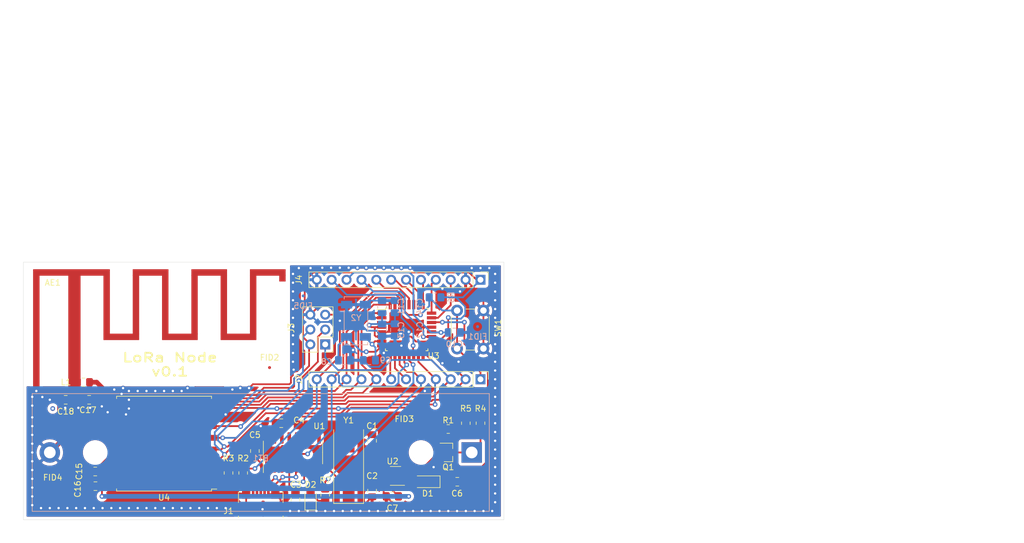
<source format=kicad_pcb>
(kicad_pcb (version 20171130) (host pcbnew 5.1.9)
  (title_block (title "LoRa-node replica") (rev A) (comment 1 "* Creative Commons Attribution-ShareAlike 4.0 International License") (comment 2 "Author: Gaspar Santamarina") (comment 3 "Revisor: Ivan Szkrabko"))
  (layers (0 F.Cu signal) (31 B.Cu signal) (34 B.Paste user) (35 F.Paste user) (36 B.SilkS user hide) (37 F.SilkS user) (38 B.Mask user) (39 F.Mask user) (44 Edge.Cuts user))
  (net 0 "")
  (net 1 "Net-(AE1-Pad1)")
  (net 2 GND)
  (net 3 VBAT)
  (net 4 "Net-(C1-Pad2)")
  (net 5 "Net-(C2-Pad2)")
  (net 6 "Net-(C3-Pad2)")
  (net 7 VBUS)
  (net 8 "Net-(C6-Pad1)")
  (net 9 +3V3)
  (net 10 "Net-(C8-Pad1)")
  (net 11 "Net-(C9-Pad1)")
  (net 12 /AREF)
  (net 13 "Net-(C17-Pad1)")
  (net 14 "Net-(D2-Pad2)")
  (net 15 "Net-(J1-Pad2)")
  (net 16 "Net-(J1-Pad3)")
  (net 17 "Net-(J1-Pad4)")
  (net 18 /RST)
  (net 19 /RX)
  (net 20 /RXD)
  (net 21 /D2)
  (net 22 /D3)
  (net 23 /D4)
  (net 24 /D5)
  (net 25 /D6)
  (net 26 /D7)
  (net 27 /MOSI)
  (net 28 /MISO)
  (net 29 /SCK)
  (net 30 /SS)
  (net 31 /A0)
  (net 32 /A1)
  (net 33 /A2)
  (net 34 /A3)
  (net 35 /A4)
  (net 36 /A5)
  (net 37 /A6)
  (net 38 /TXD)
  (net 39 /A7)
  (net 40 "Net-(U1-Pad9)")
  (net 41 "Net-(U1-Pad10)")
  (net 42 "Net-(U1-Pad11)")
  (net 43 "Net-(U1-Pad12)")
  (net 44 "Net-(U1-Pad13)")
  (net 45 "Net-(U1-Pad14)")
  (net 46 "Net-(U1-Pad15)")
  (net 47 "Net-(U2-Pad4)")
  (net 48 /D8)
  (net 49 /D9)
  (net 50 "Net-(U4-Pad7)")
  (net 51 "Net-(U4-Pad11)")
  (net 52 "Net-(U4-Pad12)")
  (module Fiducial:Fiducial_0.5mm_Mask1.5mm (layer B.Cu) (at 150.75 77.75)
    (fp_text reference FID5 (at 0 1.7145) (layer B.SilkS) (effects (justify mirror)))
    (fp_text value Fiducial)
    (pad "" smd circle (at 0 0) (size 0.5 0.5) (layers B.Cu B.Mask) (clearance 0.5))
  )
  (module Fiducial:Fiducial_0.5mm_Mask1.5mm (layer F.Cu) (at 108 110.5)
    (fp_text reference FID4 (at 0 -1.7145) (layer F.SilkS))
    (fp_text value Fiducial)
    (pad "" smd circle (at 0 0) (size 0.5 0.5) (layers F.Cu F.Mask) (clearance 0.5))
  )
  (module Fiducial:Fiducial_0.5mm_Mask1.5mm (layer F.Cu) (at 168 100.5)
    (fp_text reference FID3 (at 0 -1.7145) (layer F.SilkS))
    (fp_text value Fiducial)
    (pad "" smd circle (at 0 0) (size 0.5 0.5) (layers F.Cu F.Mask) (clearance 0.5))
  )
  (module Fiducial:Fiducial_0.5mm_Mask1.5mm (layer F.Cu) (at 145 90)
    (fp_text reference FID2 (at 0 -1.7145) (layer F.SilkS))
    (fp_text value Fiducial)
    (pad "" smd circle (at 0 0) (size 0.5 0.5) (layers F.Cu F.Mask) (clearance 0.5))
  )
  (module Fiducial:Fiducial_0.5mm_Mask1.5mm (layer B.Cu) (at 180.5 83)
    (fp_text reference FID1 (at 0 1.7145) (layer B.SilkS) (effects (justify mirror)))
    (fp_text value Fiducial)
    (pad "" smd circle (at 0 0) (size 0.5 0.5) (layers B.Cu B.Mask) (clearance 0.5))
  )
  (module Connector_PinHeader_2.54mm:PinHeader_1x12_P2.54mm_Vertical (layer F.Cu) (at 181 92 270)
    (fp_text reference J2 (at 0 31 90) (layer F.SilkS))
    (fp_text value Conn_01x12)
    (pad 1 thru_hole rect (at 0 0 270) (size 1.7 1.7) (drill 1) (layers *.Cu *.Mask) (net 18 /RST))
    (pad 2 thru_hole oval (at 0 2.54 270) (size 1.7 1.7) (drill 1) (layers *.Cu *.Mask) (net 29 /SCK))
    (pad 3 thru_hole oval (at 0 5.08 270) (size 1.7 1.7) (drill 1) (layers *.Cu *.Mask) (net 28 /MISO))
    (pad 4 thru_hole oval (at 0 7.62 270) (size 1.7 1.7) (drill 1) (layers *.Cu *.Mask) (net 27 /MOSI))
    (pad 5 thru_hole oval (at 0 10.16 270) (size 1.7 1.7) (drill 1) (layers *.Cu *.Mask) (net 26 /D7))
    (pad 6 thru_hole oval (at 0 12.7 270) (size 1.7 1.7) (drill 1) (layers *.Cu *.Mask) (net 25 /D6))
    (pad 7 thru_hole oval (at 0 15.24 270) (size 1.7 1.7) (drill 1) (layers *.Cu *.Mask) (net 24 /D5))
    (pad 8 thru_hole oval (at 0 17.78 270) (size 1.7 1.7) (drill 1) (layers *.Cu *.Mask) (net 23 /D4))
    (pad 9 thru_hole oval (at 0 20.32 270) (size 1.7 1.7) (drill 1) (layers *.Cu *.Mask) (net 22 /D3))
    (pad 10 thru_hole oval (at 0 22.86 270) (size 1.7 1.7) (drill 1) (layers *.Cu *.Mask) (net 21 /D2))
    (pad 11 thru_hole oval (at 0 25.4 270) (size 1.7 1.7) (drill 1) (layers *.Cu *.Mask) (net 20 /RXD))
    (pad 12 thru_hole oval (at 0 27.94 270) (size 1.7 1.7) (drill 1) (layers *.Cu *.Mask) (net 19 /RX))
  )
  (module Button_Switch_THT:SW_PUSH_6mm_H4.3mm (layer F.Cu) (at 177 86.75 90)
    (fp_text reference SW1 (at 3.5 7 90) (layer F.SilkS))
    (fp_text value SW_Push)
    (pad 2 thru_hole circle (at 0 4.5 180) (size 2 2) (drill 1.1) (layers *.Cu *.Mask) (net 2 GND))
    (pad 1 thru_hole circle (at 0 0 180) (size 2 2) (drill 1.1) (layers *.Cu *.Mask) (net 18 /RST))
    (pad 2 thru_hole circle (at 6.5 4.5 180) (size 2 2) (drill 1.1) (layers *.Cu *.Mask) (net 2 GND))
    (pad 1 thru_hole circle (at 6.5 0 180) (size 2 2) (drill 1.1) (layers *.Cu *.Mask) (net 18 /RST))
  )
  (module Capacitor_SMD:C_0805_2012Metric_Pad1.18x1.45mm_HandSolder (layer B.Cu) (at 164.2 79.6 90)
    (fp_text reference C11 (at 0 3.25 270) (layer B.SilkS) (effects (justify mirror)))
    (fp_text value 100nF)
    (pad 2 smd roundrect (at 1.0375 0 90) (size 1.175 1.45) (layers B.Cu B.Paste B.Mask) (roundrect_rratio 0.212766) (net 2 GND))
    (pad 1 smd roundrect (at -1.0375 0 90) (size 1.175 1.45) (layers B.Cu B.Paste B.Mask) (roundrect_rratio 0.212766) (net 9 +3V3))
  )
  (module Crystal:Crystal_SMD_Abracon_ABS25-4Pin_8.0x3.8mm (layer B.Cu) (at 159.75 82)
    (fp_text reference Y2 (at 0 -0.5) (layer B.SilkS) (effects (justify mirror)))
    (fp_text value "32.768 Hz")
    (pad 4 smd rect (at 1.6 2.75 90) (size 1.3 1.9) (layers B.Cu B.Paste B.Mask) (net 11 "Net-(C9-Pad1)"))
    (pad 3 smd rect (at 1.6 -2.75 90) (size 1.3 1.9) (layers B.Cu B.Paste B.Mask) (net 2 GND))
    (pad 2 smd rect (at -1.6 -2.75 90) (size 1.3 1.9) (layers B.Cu B.Paste B.Mask) (net 2 GND))
    (pad 1 smd rect (at -1.6 2.75 90) (size 1.3 1.9) (layers B.Cu B.Paste B.Mask) (net 10 "Net-(C8-Pad1)"))
  )
  (module Package_TO_SOT_SMD:SOT-23 (layer F.Cu) (at 175.5 104.5)
    (fp_text reference Q1 (at 0 2.5 180) (layer F.SilkS))
    (fp_text value DMP3099L)
    (pad 1 smd rect (at -1 -0.95) (size 0.9 0.8) (layers F.Cu F.Paste F.Mask) (net 7 VBUS))
    (pad 2 smd rect (at -1 0.95) (size 0.9 0.8) (layers F.Cu F.Paste F.Mask) (net 8 "Net-(C6-Pad1)"))
    (pad 3 smd rect (at 1 0) (size 0.9 0.8) (layers F.Cu F.Paste F.Mask) (net 3 VBAT))
  )
  (module Battery:BatteryHolder_MPD_BH-18650-PC2 (layer B.Cu) (at 179.5 104.5 180)
    (fp_text reference BT1 (at 36 -1) (layer B.SilkS) (effects (justify mirror)))
    (fp_text value 3.7V)
    (pad 2 thru_hole circle (at 72 0 180) (size 3.5 3.5) (drill 2) (layers *.Cu *.Mask) (net 2 GND))
    (pad 1 thru_hole rect (at 0 0 180) (size 3.5 3.5) (drill 2) (layers *.Cu *.Mask) (net 3 VBAT))
    (pad "" np_thru_hole circle (at 8.645 0 180) (size 3.2 3.2) (drill 3.2) (layers *.Cu *.Mask))
    (pad "" np_thru_hole circle (at 64.255 0 180) (size 3.2 3.2) (drill 3.2) (layers *.Cu *.Mask))
  )
  (module Package_QFP:TQFP-32_7x7mm_P0.8mm (layer F.Cu) (at 168.4 83.5)
    (fp_text reference U3 (at 4.6 4.5) (layer F.SilkS))
    (fp_text value ATmega328P-AU)
    (pad 1 smd rect (at -4.25 -2.8) (size 1.6 0.55) (layers F.Cu F.Paste F.Mask) (net 22 /D3))
    (pad 2 smd rect (at -4.25 -2) (size 1.6 0.55) (layers F.Cu F.Paste F.Mask) (net 23 /D4))
    (pad 3 smd rect (at -4.25 -1.2) (size 1.6 0.55) (layers F.Cu F.Paste F.Mask) (net 2 GND))
    (pad 4 smd rect (at -4.25 -0.4) (size 1.6 0.55) (layers F.Cu F.Paste F.Mask) (net 9 +3V3))
    (pad 5 smd rect (at -4.25 0.4) (size 1.6 0.55) (layers F.Cu F.Paste F.Mask) (net 2 GND))
    (pad 6 smd rect (at -4.25 1.2) (size 1.6 0.55) (layers F.Cu F.Paste F.Mask) (net 9 +3V3))
    (pad 7 smd rect (at -4.25 2) (size 1.6 0.55) (layers F.Cu F.Paste F.Mask) (net 11 "Net-(C9-Pad1)"))
    (pad 8 smd rect (at -4.25 2.8) (size 1.6 0.55) (layers F.Cu F.Paste F.Mask) (net 10 "Net-(C8-Pad1)"))
    (pad 9 smd rect (at -2.8 4.25 90) (size 1.6 0.55) (layers F.Cu F.Paste F.Mask) (net 24 /D5))
    (pad 10 smd rect (at -2 4.25 90) (size 1.6 0.55) (layers F.Cu F.Paste F.Mask) (net 25 /D6))
    (pad 11 smd rect (at -1.2 4.25 90) (size 1.6 0.55) (layers F.Cu F.Paste F.Mask) (net 26 /D7))
    (pad 12 smd rect (at -0.4 4.25 90) (size 1.6 0.55) (layers F.Cu F.Paste F.Mask) (net 48 /D8))
    (pad 13 smd rect (at 0.4 4.25 90) (size 1.6 0.55) (layers F.Cu F.Paste F.Mask) (net 49 /D9))
    (pad 14 smd rect (at 1.2 4.25 90) (size 1.6 0.55) (layers F.Cu F.Paste F.Mask) (net 30 /SS))
    (pad 15 smd rect (at 2 4.25 90) (size 1.6 0.55) (layers F.Cu F.Paste F.Mask) (net 27 /MOSI))
    (pad 16 smd rect (at 2.8 4.25 90) (size 1.6 0.55) (layers F.Cu F.Paste F.Mask) (net 28 /MISO))
    (pad 17 smd rect (at 4.25 2.8) (size 1.6 0.55) (layers F.Cu F.Paste F.Mask) (net 29 /SCK))
    (pad 18 smd rect (at 4.25 2) (size 1.6 0.55) (layers F.Cu F.Paste F.Mask) (net 9 +3V3))
    (pad 19 smd rect (at 4.25 1.2) (size 1.6 0.55) (layers F.Cu F.Paste F.Mask) (net 37 /A6))
    (pad 20 smd rect (at 4.25 0.4) (size 1.6 0.55) (layers F.Cu F.Paste F.Mask) (net 12 /AREF))
    (pad 21 smd rect (at 4.25 -0.4) (size 1.6 0.55) (layers F.Cu F.Paste F.Mask) (net 2 GND))
    (pad 22 smd rect (at 4.25 -1.2) (size 1.6 0.55) (layers F.Cu F.Paste F.Mask) (net 39 /A7))
    (pad 23 smd rect (at 4.25 -2) (size 1.6 0.55) (layers F.Cu F.Paste F.Mask) (net 31 /A0))
    (pad 24 smd rect (at 4.25 -2.8) (size 1.6 0.55) (layers F.Cu F.Paste F.Mask) (net 32 /A1))
    (pad 25 smd rect (at 2.8 -4.25 90) (size 1.6 0.55) (layers F.Cu F.Paste F.Mask) (net 33 /A2))
    (pad 26 smd rect (at 2 -4.25 90) (size 1.6 0.55) (layers F.Cu F.Paste F.Mask) (net 34 /A3))
    (pad 27 smd rect (at 1.2 -4.25 90) (size 1.6 0.55) (layers F.Cu F.Paste F.Mask) (net 35 /A4))
    (pad 28 smd rect (at 0.4 -4.25 90) (size 1.6 0.55) (layers F.Cu F.Paste F.Mask) (net 36 /A5))
    (pad 29 smd rect (at -0.4 -4.25 90) (size 1.6 0.55) (layers F.Cu F.Paste F.Mask) (net 18 /RST))
    (pad 30 smd rect (at -1.2 -4.25 90) (size 1.6 0.55) (layers F.Cu F.Paste F.Mask) (net 19 /RX))
    (pad 31 smd rect (at -2 -4.25 90) (size 1.6 0.55) (layers F.Cu F.Paste F.Mask) (net 20 /RXD))
    (pad 32 smd rect (at -2.8 -4.25 90) (size 1.6 0.55) (layers F.Cu F.Paste F.Mask) (net 21 /D2))
  )
  (module Capacitor_SMD:C_0805_2012Metric_Pad1.18x1.45mm_HandSolder (layer B.Cu) (at 166.4 79.6 90)
    (fp_text reference C14 (at 0 4.25 90) (layer B.SilkS) (effects (justify mirror)))
    (fp_text value 100nF)
    (pad 2 smd roundrect (at 1.0375 0 90) (size 1.175 1.45) (layers B.Cu B.Paste B.Mask) (roundrect_rratio 0.212766) (net 2 GND))
    (pad 1 smd roundrect (at -1.0375 0 90) (size 1.175 1.45) (layers B.Cu B.Paste B.Mask) (roundrect_rratio 0.212766) (net 9 +3V3))
  )
  (module RF_Module:HOPERF_RFM9XW_SMD (layer F.Cu) (at 127 103 180)
    (fp_text reference U4 (at 0 -9.2 180) (layer F.SilkS))
    (fp_text value RFM95W-915S2)
    (pad 1 smd rect (at -8 -7 180) (size 2 1) (layers F.Cu F.Paste F.Mask) (net 2 GND))
    (pad 2 smd rect (at -8 -5 180) (size 2 1) (layers F.Cu F.Paste F.Mask) (net 28 /MISO))
    (pad 3 smd rect (at -8 -3 180) (size 2 1) (layers F.Cu F.Paste F.Mask) (net 27 /MOSI))
    (pad 4 smd rect (at -8 -1 180) (size 2 1) (layers F.Cu F.Paste F.Mask) (net 29 /SCK))
    (pad 5 smd rect (at -8 1 180) (size 2 1) (layers F.Cu F.Paste F.Mask) (net 48 /D8))
    (pad 6 smd rect (at -8 3 180) (size 2 1) (layers F.Cu F.Paste F.Mask) (net 49 /D9))
    (pad 7 smd rect (at -8 5 180) (size 2 1) (layers F.Cu F.Paste F.Mask) (net 50 "Net-(U4-Pad7)"))
    (pad 8 smd rect (at -8 7 180) (size 2 1) (layers F.Cu F.Paste F.Mask) (net 2 GND))
    (pad 9 smd rect (at 8 7 180) (size 2 1) (layers F.Cu F.Paste F.Mask) (net 13 "Net-(C17-Pad1)"))
    (pad 10 smd rect (at 8 5 180) (size 2 1) (layers F.Cu F.Paste F.Mask) (net 2 GND))
    (pad 11 smd rect (at 8 3 180) (size 2 1) (layers F.Cu F.Paste F.Mask) (net 51 "Net-(U4-Pad11)"))
    (pad 12 smd rect (at 8 1 180) (size 2 1) (layers F.Cu F.Paste F.Mask) (net 52 "Net-(U4-Pad12)"))
    (pad 13 smd rect (at 8 -1 180) (size 2 1) (layers F.Cu F.Paste F.Mask) (net 9 +3V3))
    (pad 14 smd rect (at 8 -3 180) (size 2 1) (layers F.Cu F.Paste F.Mask) (net 21 /D2))
    (pad 15 smd rect (at 8 -5 180) (size 2 1) (layers F.Cu F.Paste F.Mask) (net 22 /D3))
    (pad 16 smd rect (at 8 -7 180) (size 2 1) (layers F.Cu F.Paste F.Mask) (net 23 /D4))
  )
  (module custom:antenna-lora-915 (layer F.Cu) (at 111.7 87.25)
    (fp_text reference AE1 (at -3.7 -11.75) (layer F.SilkS))
    (fp_text value Antenna-LoRa-915)
    (fp_poly (pts (xy 36 -12) (xy 35 -12) (xy 35 -13) (xy 36 -13)) (layer F.Cu) (width 0.1))
    (fp_poly (pts (xy 36 -13) (xy 30 -13) (xy 30 -14) (xy 36 -14)) (layer F.Cu) (width 0.1))
    (fp_poly (pts (xy 31 -3) (xy 30 -3) (xy 30 -13) (xy 31 -13)) (layer F.Cu) (width 0.1))
    (fp_poly (pts (xy 31 -2) (xy 25 -2) (xy 25 -3) (xy 31 -3)) (layer F.Cu) (width 0.1))
    (fp_poly (pts (xy 26 -3) (xy 25 -3) (xy 25 -13) (xy 26 -13)) (layer F.Cu) (width 0.1))
    (fp_poly (pts (xy 26 -13) (xy 20 -13) (xy 20 -14) (xy 26 -14)) (layer F.Cu) (width 0.1))
    (fp_poly (pts (xy 21 -3) (xy 20 -3) (xy 20 -13) (xy 21 -13)) (layer F.Cu) (width 0.1))
    (fp_poly (pts (xy 21 -2) (xy 15 -2) (xy 15 -3) (xy 21 -3)) (layer F.Cu) (width 0.1))
    (fp_poly (pts (xy 16 -3) (xy 15 -3) (xy 15 -13) (xy 16 -13)) (layer F.Cu) (width 0.1))
    (fp_poly (pts (xy 16 -13) (xy 10 -13) (xy 10 -14) (xy 16 -14)) (layer F.Cu) (width 0.1))
    (fp_poly (pts (xy 11 -3) (xy 10 -3) (xy 10 -13) (xy 11 -13)) (layer F.Cu) (width 0.1))
    (fp_poly (pts (xy 11 -2) (xy 5 -2) (xy 5 -3) (xy 11 -3)) (layer F.Cu) (width 0.1))
    (fp_poly (pts (xy 6 -3) (xy 5 -3) (xy 5 -14) (xy 6 -14)) (layer F.Cu) (width 0.1))
    (fp_poly (pts (xy 5 -13) (xy 1 -13) (xy 1 -14) (xy 5 -14)) (layer F.Cu) (width 0.1))
    (fp_poly (pts (xy 1 6) (xy -1 6) (xy -1 -14) (xy 1 -14)) (layer F.Cu) (width 0.1))
    (fp_poly (pts (xy -1 -13) (xy -6 -13) (xy -6 -14) (xy -1 -14)) (layer F.Cu) (width 0.1))
    (fp_poly (pts (xy -6 6) (xy -7 6) (xy -7 -14) (xy -6 -14)) (layer F.Cu) (width 0.1))
    (pad 1 smd rect (at 0 5) (size 2 2) (layers F.Cu F.Paste F.Mask) (net 1 "Net-(AE1-Pad1)"))
    (pad 2 smd rect (at -6.5 5.5) (size 1 1) (layers F.Cu F.Paste F.Mask) (net 2 GND))
  )
  (module Capacitor_SMD:C_0805_2012Metric_Pad1.18x1.45mm_HandSolder (layer F.Cu) (at 162.5 102.5 90)
    (fp_text reference C1 (at 2.5375 0) (layer F.SilkS))
    (fp_text value 22pF)
    (pad 2 smd roundrect (at 1.0375 0 90) (size 1.175 1.45) (layers F.Cu F.Paste F.Mask) (roundrect_rratio 0.212766) (net 4 "Net-(C1-Pad2)"))
    (pad 1 smd roundrect (at -1.0375 0 90) (size 1.175 1.45) (layers F.Cu F.Paste F.Mask) (roundrect_rratio 0.212766) (net 2 GND))
  )
  (module Capacitor_SMD:C_0805_2012Metric_Pad1.18x1.45mm_HandSolder (layer F.Cu) (at 162.5 111.0375 90)
    (fp_text reference C2 (at 2.5375 0) (layer F.SilkS))
    (fp_text value 22pF)
    (pad 1 smd roundrect (at -1.0375 0 90) (size 1.175 1.45) (layers F.Cu F.Paste F.Mask) (roundrect_rratio 0.212766) (net 2 GND))
    (pad 2 smd roundrect (at 1.0375 0 90) (size 1.175 1.45) (layers F.Cu F.Paste F.Mask) (roundrect_rratio 0.212766) (net 5 "Net-(C2-Pad2)"))
  )
  (module Capacitor_SMD:C_0805_2012Metric_Pad1.18x1.45mm_HandSolder (layer F.Cu) (at 149.425 112.5375 90)
    (fp_text reference C3 (at 2.5375 0.075 180) (layer F.SilkS))
    (fp_text value 10nF)
    (pad 2 smd roundrect (at 1.0375 0 90) (size 1.175 1.45) (layers F.Cu F.Paste F.Mask) (roundrect_rratio 0.212766) (net 6 "Net-(C3-Pad2)"))
    (pad 1 smd roundrect (at -1.0375 0 90) (size 1.175 1.45) (layers F.Cu F.Paste F.Mask) (roundrect_rratio 0.212766) (net 2 GND))
  )
  (module Capacitor_SMD:C_0805_2012Metric_Pad1.18x1.45mm_HandSolder (layer F.Cu) (at 147 99.5)
    (fp_text reference C4 (at 3.0375 -0.5) (layer F.SilkS))
    (fp_text value 100nF)
    (pad 2 smd roundrect (at 1.0375 0) (size 1.175 1.45) (layers F.Cu F.Paste F.Mask) (roundrect_rratio 0.212766) (net 2 GND))
    (pad 1 smd roundrect (at -1.0375 0) (size 1.175 1.45) (layers F.Cu F.Paste F.Mask) (roundrect_rratio 0.212766) (net 7 VBUS))
  )
  (module Capacitor_SMD:C_0805_2012Metric_Pad1.18x1.45mm_HandSolder (layer F.Cu) (at 142.5 104.25 270)
    (fp_text reference C5 (at -2.75 0) (layer F.SilkS))
    (fp_text value 10uF)
    (pad 1 smd roundrect (at -1.0375 0 270) (size 1.175 1.45) (layers F.Cu F.Paste F.Mask) (roundrect_rratio 0.212766) (net 7 VBUS))
    (pad 2 smd roundrect (at 1.0375 0 270) (size 1.175 1.45) (layers F.Cu F.Paste F.Mask) (roundrect_rratio 0.212766) (net 2 GND))
  )
  (module Capacitor_SMD:C_0805_2012Metric_Pad1.18x1.45mm_HandSolder (layer F.Cu) (at 177.0375 109.5)
    (fp_text reference C6 (at -0.0375 2 180) (layer F.SilkS))
    (fp_text value 100nF)
    (pad 1 smd roundrect (at -1.0375 0) (size 1.175 1.45) (layers F.Cu F.Paste F.Mask) (roundrect_rratio 0.212766) (net 8 "Net-(C6-Pad1)"))
    (pad 2 smd roundrect (at 1.0375 0) (size 1.175 1.45) (layers F.Cu F.Paste F.Mask) (roundrect_rratio 0.212766) (net 2 GND))
  )
  (module Capacitor_SMD:C_0805_2012Metric_Pad1.18x1.45mm_HandSolder (layer F.Cu) (at 165.9625 112 180)
    (fp_text reference C7 (at 0 -2) (layer F.SilkS))
    (fp_text value 1uF)
    (pad 2 smd roundrect (at 1.0375 0 180) (size 1.175 1.45) (layers F.Cu F.Paste F.Mask) (roundrect_rratio 0.212766) (net 2 GND))
    (pad 1 smd roundrect (at -1.0375 0 180) (size 1.175 1.45) (layers F.Cu F.Paste F.Mask) (roundrect_rratio 0.212766) (net 9 +3V3))
  )
  (module Capacitor_SMD:C_0805_2012Metric_Pad1.18x1.45mm_HandSolder (layer B.Cu) (at 157.7875 88.75)
    (fp_text reference C8 (at -3.0375 0.25) (layer B.SilkS) (effects (justify mirror)))
    (fp_text value 20pF)
    (pad 1 smd roundrect (at -1.0375 0) (size 1.175 1.45) (layers B.Cu B.Paste B.Mask) (roundrect_rratio 0.212766) (net 10 "Net-(C8-Pad1)"))
    (pad 2 smd roundrect (at 1.0375 0) (size 1.175 1.45) (layers B.Cu B.Paste B.Mask) (roundrect_rratio 0.212766) (net 2 GND))
  )
  (module Capacitor_SMD:C_0805_2012Metric_Pad1.18x1.45mm_HandSolder (layer B.Cu) (at 162.0375 88.75 180)
    (fp_text reference C9 (at -2.75 0) (layer B.SilkS) (effects (justify mirror)))
    (fp_text value 20pF)
    (pad 2 smd roundrect (at 1.0375 0 180) (size 1.175 1.45) (layers B.Cu B.Paste B.Mask) (roundrect_rratio 0.212766) (net 2 GND))
    (pad 1 smd roundrect (at -1.0375 0 180) (size 1.175 1.45) (layers B.Cu B.Paste B.Mask) (roundrect_rratio 0.212766) (net 11 "Net-(C9-Pad1)"))
  )
  (module Capacitor_SMD:C_0805_2012Metric_Pad1.18x1.45mm_HandSolder (layer B.Cu) (at 176.5375 84)
    (fp_text reference C10 (at 0 2 180) (layer B.SilkS) (effects (justify mirror)))
    (fp_text value 100nF)
    (pad 2 smd roundrect (at 1.0375 0) (size 1.175 1.45) (layers B.Cu B.Paste B.Mask) (roundrect_rratio 0.212766) (net 2 GND))
    (pad 1 smd roundrect (at -1.0375 0) (size 1.175 1.45) (layers B.Cu B.Paste B.Mask) (roundrect_rratio 0.212766) (net 12 /AREF))
  )
  (module Capacitor_SMD:C_0805_2012Metric_Pad1.18x1.45mm_HandSolder (layer B.Cu) (at 166.4 83.5625 270)
    (fp_text reference C12 (at 0 -4.25 270) (layer B.SilkS) (effects (justify mirror)))
    (fp_text value 100nF)
    (pad 1 smd roundrect (at -1.0375 0 270) (size 1.175 1.45) (layers B.Cu B.Paste B.Mask) (roundrect_rratio 0.212766) (net 9 +3V3))
    (pad 2 smd roundrect (at 1.0375 0 270) (size 1.175 1.45) (layers B.Cu B.Paste B.Mask) (roundrect_rratio 0.212766) (net 2 GND))
  )
  (module Capacitor_SMD:C_0805_2012Metric_Pad1.18x1.45mm_HandSolder (layer B.Cu) (at 164.2 83.6 270)
    (fp_text reference C13 (at 0 -3.25 270) (layer B.SilkS) (effects (justify mirror)))
    (fp_text value 100nF)
    (pad 1 smd roundrect (at -1.0375 0 270) (size 1.175 1.45) (layers B.Cu B.Paste B.Mask) (roundrect_rratio 0.212766) (net 9 +3V3))
    (pad 2 smd roundrect (at 1.0375 0 270) (size 1.175 1.45) (layers B.Cu B.Paste B.Mask) (roundrect_rratio 0.212766) (net 2 GND))
  )
  (module Capacitor_SMD:C_0805_2012Metric_Pad1.18x1.45mm_HandSolder (layer F.Cu) (at 115.25 107.75 180)
    (fp_text reference C15 (at 2.75 0 90) (layer F.SilkS))
    (fp_text value 100nF)
    (pad 1 smd roundrect (at -1.0375 0 180) (size 1.175 1.45) (layers F.Cu F.Paste F.Mask) (roundrect_rratio 0.212766) (net 9 +3V3))
    (pad 2 smd roundrect (at 1.0375 0 180) (size 1.175 1.45) (layers F.Cu F.Paste F.Mask) (roundrect_rratio 0.212766) (net 2 GND))
  )
  (module Capacitor_SMD:C_0805_2012Metric_Pad1.18x1.45mm_HandSolder (layer F.Cu) (at 115.2875 110.25 180)
    (fp_text reference C16 (at 3.0375 -0.5 90) (layer F.SilkS))
    (fp_text value 10uF)
    (pad 2 smd roundrect (at 1.0375 0 180) (size 1.175 1.45) (layers F.Cu F.Paste F.Mask) (roundrect_rratio 0.212766) (net 2 GND))
    (pad 1 smd roundrect (at -1.0375 0 180) (size 1.175 1.45) (layers F.Cu F.Paste F.Mask) (roundrect_rratio 0.212766) (net 9 +3V3))
  )
  (module Capacitor_SMD:C_0805_2012Metric_Pad1.18x1.45mm_HandSolder (layer F.Cu) (at 114.2125 95.5)
    (fp_text reference C17 (at -0.2125 1.75) (layer F.SilkS))
    (fp_text value DNP)
    (pad 1 smd roundrect (at -1.0375 0) (size 1.175 1.45) (layers F.Cu F.Paste F.Mask) (roundrect_rratio 0.212766) (net 13 "Net-(C17-Pad1)"))
    (pad 2 smd roundrect (at 1.0375 0) (size 1.175 1.45) (layers F.Cu F.Paste F.Mask) (roundrect_rratio 0.212766) (net 2 GND))
  )
  (module Capacitor_SMD:C_0805_2012Metric_Pad1.18x1.45mm_HandSolder (layer F.Cu) (at 110.2125 95.5 180)
    (fp_text reference C18 (at 0 -2) (layer F.SilkS))
    (fp_text value DNP)
    (pad 2 smd roundrect (at 1.0375 0 180) (size 1.175 1.45) (layers F.Cu F.Paste F.Mask) (roundrect_rratio 0.212766) (net 2 GND))
    (pad 1 smd roundrect (at -1.0375 0 180) (size 1.175 1.45) (layers F.Cu F.Paste F.Mask) (roundrect_rratio 0.212766) (net 1 "Net-(AE1-Pad1)"))
  )
  (module Diode_SMD:D_SOD-123 (layer F.Cu) (at 171.85 109.5 180)
    (fp_text reference D1 (at -0.15 -2 180) (layer F.SilkS))
    (fp_text value MBR0520)
    (pad 1 smd rect (at -1.65 0 180) (size 0.9 1.2) (layers F.Cu F.Paste F.Mask) (net 8 "Net-(C6-Pad1)"))
    (pad 2 smd rect (at 1.65 0 180) (size 0.9 1.2) (layers F.Cu F.Paste F.Mask) (net 7 VBUS))
  )
  (module LED_SMD:LED_0805_2012Metric_Pad1.15x1.40mm_HandSolder (layer F.Cu) (at 152 112.475 90)
    (fp_text reference D2 (at 2.475 0) (layer F.SilkS))
    (fp_text value LED_Y)
    (pad 1 smd roundrect (at -1.025 0 90) (size 1.15 1.4) (layers F.Cu F.Paste F.Mask) (roundrect_rratio 0.217391) (net 2 GND))
    (pad 2 smd roundrect (at 1.025 0 90) (size 1.15 1.4) (layers F.Cu F.Paste F.Mask) (roundrect_rratio 0.217391) (net 14 "Net-(D2-Pad2)"))
  )
  (module Connector_USB:USB_Micro-B_Molex_47346-0001 (layer F.Cu) (at 143.5 113)
    (fp_text reference J1 (at -5.5 1.5 180) (layer F.SilkS))
    (fp_text value USB_B_Micro)
    (pad 1 smd rect (at -1.3 -1.46) (size 0.45 1.38) (layers F.Cu F.Paste F.Mask) (net 7 VBUS) (clearance 0.08))
    (pad 2 smd rect (at -0.65 -1.46) (size 0.45 1.38) (layers F.Cu F.Paste F.Mask) (net 15 "Net-(J1-Pad2)") (clearance 0.1))
    (pad 3 smd rect (at 0 -1.46) (size 0.45 1.38) (layers F.Cu F.Paste F.Mask) (net 16 "Net-(J1-Pad3)") (clearance 0.08))
    (pad 4 smd rect (at 0.65 -1.46) (size 0.45 1.38) (layers F.Cu F.Paste F.Mask) (net 17 "Net-(J1-Pad4)") (clearance 0.08))
    (pad 5 smd rect (at 1.3 -1.46) (size 0.45 1.38) (layers F.Cu F.Paste F.Mask) (net 2 GND) (clearance 0.08))
    (pad 6 smd rect (at -2.4875 -1.375) (size 1.425 1.55) (layers F.Cu F.Paste F.Mask) (net 2 GND) (clearance 0.1))
    (pad 6 smd rect (at 2.4875 -1.375) (size 1.425 1.55) (layers F.Cu F.Paste F.Mask) (net 2 GND) (clearance 0.1))
    (pad 6 smd rect (at -3.375 1.2) (size 1.65 1.3) (layers F.Cu F.Paste F.Mask) (net 2 GND))
    (pad 6 smd rect (at 3.375 1.2) (size 1.65 1.3) (layers F.Cu F.Paste F.Mask) (net 2 GND))
    (pad 6 smd rect (at -1.15 1.2) (size 1.8 1.9) (layers F.Cu F.Paste F.Mask) (net 2 GND))
    (pad 6 smd rect (at 1.55 1.2) (size 1 1.9) (layers F.Cu F.Paste F.Mask) (net 2 GND))
  )
  (module Connector_PinHeader_2.54mm:PinHeader_2x03_P2.54mm_Vertical (layer F.Cu) (at 154.5 86.04 180)
    (fp_text reference J3 (at 5.8 2.8 90) (layer F.SilkS))
    (fp_text value ISP)
    (pad 1 thru_hole rect (at 0 0 180) (size 1.7 1.7) (drill 1) (layers *.Cu *.Mask) (net 28 /MISO))
    (pad 2 thru_hole oval (at 2.54 0 180) (size 1.7 1.7) (drill 1) (layers *.Cu *.Mask) (net 9 +3V3))
    (pad 3 thru_hole oval (at 0 2.54 180) (size 1.7 1.7) (drill 1) (layers *.Cu *.Mask) (net 29 /SCK))
    (pad 4 thru_hole oval (at 2.54 2.54 180) (size 1.7 1.7) (drill 1) (layers *.Cu *.Mask) (net 27 /MOSI))
    (pad 5 thru_hole oval (at 0 5.08 180) (size 1.7 1.7) (drill 1) (layers *.Cu *.Mask) (net 18 /RST))
    (pad 6 thru_hole oval (at 2.54 5.08 180) (size 1.7 1.7) (drill 1) (layers *.Cu *.Mask) (net 2 GND))
  )
  (module Connector_PinHeader_2.54mm:PinHeader_1x12_P2.54mm_Vertical (layer F.Cu) (at 181 75 270)
    (fp_text reference J4 (at 0 31 90) (layer F.SilkS))
    (fp_text value Conn_01x12)
    (pad 12 thru_hole oval (at 0 27.94 270) (size 1.7 1.7) (drill 1) (layers *.Cu *.Mask) (net 2 GND))
    (pad 11 thru_hole oval (at 0 25.4 270) (size 1.7 1.7) (drill 1) (layers *.Cu *.Mask) (net 30 /SS))
    (pad 10 thru_hole oval (at 0 22.86 270) (size 1.7 1.7) (drill 1) (layers *.Cu *.Mask) (net 12 /AREF))
    (pad 9 thru_hole oval (at 0 20.32 270) (size 1.7 1.7) (drill 1) (layers *.Cu *.Mask) (net 37 /A6))
    (pad 8 thru_hole oval (at 0 17.78 270) (size 1.7 1.7) (drill 1) (layers *.Cu *.Mask) (net 36 /A5))
    (pad 7 thru_hole oval (at 0 15.24 270) (size 1.7 1.7) (drill 1) (layers *.Cu *.Mask) (net 35 /A4))
    (pad 6 thru_hole oval (at 0 12.7 270) (size 1.7 1.7) (drill 1) (layers *.Cu *.Mask) (net 34 /A3))
    (pad 5 thru_hole oval (at 0 10.16 270) (size 1.7 1.7) (drill 1) (layers *.Cu *.Mask) (net 33 /A2))
    (pad 4 thru_hole oval (at 0 7.62 270) (size 1.7 1.7) (drill 1) (layers *.Cu *.Mask) (net 32 /A1))
    (pad 3 thru_hole oval (at 0 5.08 270) (size 1.7 1.7) (drill 1) (layers *.Cu *.Mask) (net 31 /A0))
    (pad 2 thru_hole oval (at 0 2.54 270) (size 1.7 1.7) (drill 1) (layers *.Cu *.Mask) (net 2 GND))
    (pad 1 thru_hole rect (at 0 0 270) (size 1.7 1.7) (drill 1) (layers *.Cu *.Mask) (net 9 +3V3))
  )
  (module Inductor_SMD:L_0805_2012Metric_Pad1.15x1.40mm_HandSolder (layer F.Cu) (at 113.25 92.5 180)
    (fp_text reference L1 (at 3 0) (layer F.SilkS))
    (fp_text value DNP)
    (pad 1 smd roundrect (at -1.025 0 180) (size 1.15 1.4) (layers F.Cu F.Paste F.Mask) (roundrect_rratio 0.217391) (net 13 "Net-(C17-Pad1)"))
    (pad 2 smd roundrect (at 1.025 0 180) (size 1.15 1.4) (layers F.Cu F.Paste F.Mask) (roundrect_rratio 0.217391) (net 1 "Net-(AE1-Pad1)"))
  )
  (module Resistor_SMD:R_0805_2012Metric_Pad1.20x1.40mm_HandSolder (layer F.Cu) (at 175.5 100.5)
    (fp_text reference R1 (at 0 -1.5 180) (layer F.SilkS))
    (fp_text value 10K)
    (pad 1 smd roundrect (at -1 0) (size 1.2 1.4) (layers F.Cu F.Paste F.Mask) (roundrect_rratio 0.208333) (net 7 VBUS))
    (pad 2 smd roundrect (at 1 0) (size 1.2 1.4) (layers F.Cu F.Paste F.Mask) (roundrect_rratio 0.208333) (net 2 GND))
  )
  (module Resistor_SMD:R_0805_2012Metric_Pad1.20x1.40mm_HandSolder (layer F.Cu) (at 140.5 108 90)
    (fp_text reference R2 (at 2.5 0 180) (layer F.SilkS))
    (fp_text value 1K)
    (pad 2 smd roundrect (at 1 0 90) (size 1.2 1.4) (layers F.Cu F.Paste F.Mask) (roundrect_rratio 0.208333) (net 19 /RX))
    (pad 1 smd roundrect (at -1 0 90) (size 1.2 1.4) (layers F.Cu F.Paste F.Mask) (roundrect_rratio 0.208333) (net 38 /TXD))
  )
  (module Resistor_SMD:R_0805_2012Metric_Pad1.20x1.40mm_HandSolder (layer F.Cu) (at 138 108 90)
    (fp_text reference R3 (at 2.5 0 180) (layer F.SilkS))
    (fp_text value 2K)
    (pad 1 smd roundrect (at -1 0 90) (size 1.2 1.4) (layers F.Cu F.Paste F.Mask) (roundrect_rratio 0.208333) (net 19 /RX))
    (pad 2 smd roundrect (at 1 0 90) (size 1.2 1.4) (layers F.Cu F.Paste F.Mask) (roundrect_rratio 0.208333) (net 2 GND))
  )
  (module Resistor_SMD:R_0805_2012Metric_Pad1.20x1.40mm_HandSolder (layer F.Cu) (at 181 99.5 90)
    (fp_text reference R4 (at 2.5 0 180) (layer F.SilkS))
    (fp_text value 1K)
    (pad 1 smd roundrect (at -1 0 90) (size 1.2 1.4) (layers F.Cu F.Paste F.Mask) (roundrect_rratio 0.208333) (net 3 VBAT))
    (pad 2 smd roundrect (at 1 0 90) (size 1.2 1.4) (layers F.Cu F.Paste F.Mask) (roundrect_rratio 0.208333) (net 39 /A7))
  )
  (module Resistor_SMD:R_0805_2012Metric_Pad1.20x1.40mm_HandSolder (layer F.Cu) (at 178.5 99.5 270)
    (fp_text reference R5 (at -2.5 0 180) (layer F.SilkS))
    (fp_text value 1K)
    (pad 2 smd roundrect (at 1 0 270) (size 1.2 1.4) (layers F.Cu F.Paste F.Mask) (roundrect_rratio 0.208333) (net 2 GND))
    (pad 1 smd roundrect (at -1 0 270) (size 1.2 1.4) (layers F.Cu F.Paste F.Mask) (roundrect_rratio 0.208333) (net 39 /A7))
  )
  (module Resistor_SMD:R_0805_2012Metric_Pad1.20x1.40mm_HandSolder (layer B.Cu) (at 173.25 78 180)
    (fp_text reference R6 (at -2.75 0 270) (layer B.SilkS) (effects (justify mirror)))
    (fp_text value 1K)
    (pad 1 smd roundrect (at -1 0 180) (size 1.2 1.4) (layers B.Cu B.Paste B.Mask) (roundrect_rratio 0.208333) (net 9 +3V3))
    (pad 2 smd roundrect (at 1 0 180) (size 1.2 1.4) (layers B.Cu B.Paste B.Mask) (roundrect_rratio 0.208333) (net 18 /RST))
  )
  (module Resistor_SMD:R_0805_2012Metric_Pad1.20x1.40mm_HandSolder (layer F.Cu) (at 154.5 111.75 270)
    (fp_text reference R7 (at -2.5 0 180) (layer F.SilkS))
    (fp_text value 1K)
    (pad 1 smd roundrect (at -1 0 270) (size 1.2 1.4) (layers F.Cu F.Paste F.Mask) (roundrect_rratio 0.208333) (net 26 /D7))
    (pad 2 smd roundrect (at 1 0 270) (size 1.2 1.4) (layers F.Cu F.Paste F.Mask) (roundrect_rratio 0.208333) (net 14 "Net-(D2-Pad2)"))
  )
  (module Package_SO:SOIC-16_3.9x9.9mm_P1.27mm (layer F.Cu) (at 149 104.5 90)
    (fp_text reference U1 (at 4.5 4.5 180) (layer F.SilkS))
    (fp_text value CH340G)
    (pad 1 smd roundrect (at -2.475 -4.445 90) (size 1.95 0.6) (layers F.Cu F.Paste F.Mask) (net 2 GND))
    (pad 2 smd roundrect (at -2.475 -3.175 90) (size 1.95 0.6) (layers F.Cu F.Paste F.Mask) (net 38 /TXD))
    (pad 3 smd roundrect (at -2.475 -1.905 90) (size 1.95 0.6) (layers F.Cu F.Paste F.Mask) (net 20 /RXD))
    (pad 4 smd roundrect (at -2.475 -0.635 90) (size 1.95 0.6) (layers F.Cu F.Paste F.Mask) (net 6 "Net-(C3-Pad2)"))
    (pad 5 smd roundrect (at -2.475 0.635 90) (size 1.95 0.6) (layers F.Cu F.Paste F.Mask) (net 16 "Net-(J1-Pad3)"))
    (pad 6 smd roundrect (at -2.475 1.905 90) (size 1.95 0.6) (layers F.Cu F.Paste F.Mask) (net 15 "Net-(J1-Pad2)"))
    (pad 7 smd roundrect (at -2.475 3.175 90) (size 1.95 0.6) (layers F.Cu F.Paste F.Mask) (net 4 "Net-(C1-Pad2)"))
    (pad 8 smd roundrect (at -2.475 4.445 90) (size 1.95 0.6) (layers F.Cu F.Paste F.Mask) (net 5 "Net-(C2-Pad2)"))
    (pad 9 smd roundrect (at 2.475 4.445 90) (size 1.95 0.6) (layers F.Cu F.Paste F.Mask) (net 40 "Net-(U1-Pad9)"))
    (pad 10 smd roundrect (at 2.475 3.175 90) (size 1.95 0.6) (layers F.Cu F.Paste F.Mask) (net 41 "Net-(U1-Pad10)"))
    (pad 11 smd roundrect (at 2.475 1.905 90) (size 1.95 0.6) (layers F.Cu F.Paste F.Mask) (net 42 "Net-(U1-Pad11)"))
    (pad 12 smd roundrect (at 2.475 0.635 90) (size 1.95 0.6) (layers F.Cu F.Paste F.Mask) (net 43 "Net-(U1-Pad12)"))
    (pad 13 smd roundrect (at 2.475 -0.635 90) (size 1.95 0.6) (layers F.Cu F.Paste F.Mask) (net 44 "Net-(U1-Pad13)"))
    (pad 14 smd roundrect (at 2.475 -1.905 90) (size 1.95 0.6) (layers F.Cu F.Paste F.Mask) (net 45 "Net-(U1-Pad14)"))
    (pad 15 smd roundrect (at 2.475 -3.175 90) (size 1.95 0.6) (layers F.Cu F.Paste F.Mask) (net 46 "Net-(U1-Pad15)"))
    (pad 16 smd roundrect (at 2.475 -4.445 90) (size 1.95 0.6) (layers F.Cu F.Paste F.Mask) (net 7 VBUS))
  )
  (module Package_TO_SOT_SMD:SOT-23-5 (layer F.Cu) (at 166.5 108.5 180)
    (fp_text reference U2 (at 0.5 2.5) (layer F.SilkS))
    (fp_text value TLV70033)
    (pad 5 smd rect (at 1.1 -0.95 180) (size 1.06 0.65) (layers F.Cu F.Paste F.Mask) (net 9 +3V3))
    (pad 4 smd rect (at 1.1 0.95 180) (size 1.06 0.65) (layers F.Cu F.Paste F.Mask) (net 47 "Net-(U2-Pad4)"))
    (pad 3 smd rect (at -1.1 0.95 180) (size 1.06 0.65) (layers F.Cu F.Paste F.Mask) (net 8 "Net-(C6-Pad1)"))
    (pad 2 smd rect (at -1.1 0 180) (size 1.06 0.65) (layers F.Cu F.Paste F.Mask) (net 2 GND))
    (pad 1 smd rect (at -1.1 -0.95 180) (size 1.06 0.65) (layers F.Cu F.Paste F.Mask) (net 8 "Net-(C6-Pad1)"))
  )
  (module Crystal:Crystal_SMD_HC49-SD (layer F.Cu) (at 158.5 106.5 90)
    (fp_text reference Y1 (at 7.5 0) (layer F.SilkS))
    (fp_text value 12MHz)
    (pad 1 smd rect (at -4.25 0 90) (size 4.5 2) (layers F.Cu F.Paste F.Mask) (net 5 "Net-(C2-Pad2)"))
    (pad 2 smd rect (at 4.25 0 90) (size 4.5 2) (layers F.Cu F.Paste F.Mask) (net 4 "Net-(C1-Pad2)"))
  )
  (gr_text "LoRa Node\nv0.1" (at 128 89.5) (layer F.SilkS) (effects (font (size 1.5 2) (thickness 0.3))))
  (gr_line (start 185 116) (end 185 72) (layer Edge.Cuts) (width 0.05))
  (gr_line (start 103 116) (end 185 116) (layer Edge.Cuts) (width 0.05))
  (gr_line (start 103 72) (end 185 72) (layer Edge.Cuts) (width 0.05))
  (gr_line (start 103 116) (end 103 72) (layer Edge.Cuts) (width 0.05))
  (segment (start 111.95 92.5) (end 111.7 92.25) (width 0.8) (layer F.Cu) (net 1))
  (segment (start 112.225 92.5) (end 111.95 92.5) (width 0.8) (layer F.Cu) (net 1))
  (segment (start 111.25 92.7) (end 111.7 92.25) (width 0.8) (layer F.Cu) (net 1))
  (segment (start 111.25 95.5) (end 111.25 92.7) (width 0.8) (layer F.Cu) (net 1))
  (segment (start 162.0375 78.5625) (end 161.35 79.25) (width 0.3) (layer B.Cu) (net 2))
  (segment (start 164.2 78.5625) (end 162.0375 78.5625) (width 0.3) (layer B.Cu) (net 2))
  (segment (start 166.4 78.5625) (end 164.2 78.5625) (width 0.3) (layer B.Cu) (net 2))
  (segment (start 164.2375 84.6) (end 164.2 84.6375) (width 0.3) (layer B.Cu) (net 2))
  (segment (start 166.4 84.6) (end 164.2375 84.6) (width 0.3) (layer B.Cu) (net 2))
  (segment (start 161 88.75) (end 158.825 88.75) (width 0.3) (layer B.Cu) (net 2))
  (segment (start 158.15 79.25) (end 161.35 79.25) (width 0.3) (layer B.Cu) (net 2))
  (segment (start 134.002167 96) (end 135 96) (width 0.3) (layer F.Cu) (net 2))
  (segment (start 133.049989 96.952178) (end 134.002167 96) (width 0.3) (layer F.Cu) (net 2))
  (segment (start 133.049989 109.349989) (end 133.049989 96.952178) (width 0.3) (layer F.Cu) (net 2))
  (segment (start 133.7 110) (end 133.049989 109.349989) (width 0.3) (layer F.Cu) (net 2))
  (segment (start 135 110) (end 133.7 110) (width 0.3) (layer F.Cu) (net 2))
  (segment (start 114.25 107.7875) (end 114.2125 107.75) (width 0.3) (layer F.Cu) (net 2))
  (segment (start 114.25 110.25) (end 114.25 107.7875) (width 0.3) (layer F.Cu) (net 2))
  (segment (start 110.75 107.75) (end 107.5 104.5) (width 0.3) (layer F.Cu) (net 2))
  (segment (start 114.2125 107.75) (end 110.75 107.75) (width 0.3) (layer F.Cu) (net 2))
  (segment (start 117.75 98) (end 119 98) (width 0.8) (layer F.Cu) (net 2))
  (segment (start 115.25 95.5) (end 116.375 96.625) (width 0.8) (layer F.Cu) (net 2))
  (segment (start 109.175 102.825) (end 107.5 104.5) (width 0.8) (layer F.Cu) (net 2))
  (segment (start 109.175 95.5) (end 109.175 102.825) (width 0.8) (layer F.Cu) (net 2))
  (segment (start 115.25 96.225) (end 115.25 95.5) (width 0.8) (layer F.Cu) (net 2))
  (segment (start 114.59999 96.87501) (end 115.25 96.225) (width 0.8) (layer F.Cu) (net 2))
  (segment (start 109.82501 96.87501) (end 110.12499 96.87501) (width 0.8) (layer F.Cu) (net 2))
  (segment (start 109.175 96.225) (end 109.82501 96.87501) (width 0.8) (layer F.Cu) (net 2))
  (segment (start 109.175 95.5) (end 109.175 96.225) (width 0.8) (layer F.Cu) (net 2))
  (segment (start 139.7125 105.2875) (end 142.5 105.2875) (width 0.3) (layer F.Cu) (net 2))
  (segment (start 138 107) (end 139.7125 105.2875) (width 0.3) (layer F.Cu) (net 2))
  (segment (start 144.1875 106.975) (end 142.5 105.2875) (width 0.3) (layer F.Cu) (net 2))
  (segment (start 144.555 106.975) (end 144.1875 106.975) (width 0.3) (layer F.Cu) (net 2))
  (segment (start 141.0125 113.3125) (end 140.125 114.2) (width 0.3) (layer F.Cu) (net 2))
  (segment (start 141.0125 111.625) (end 141.0125 113.3125) (width 0.3) (layer F.Cu) (net 2))
  (segment (start 146.875 112.5125) (end 145.9875 111.625) (width 0.3) (layer F.Cu) (net 2))
  (segment (start 146.875 114.2) (end 146.875 112.5125) (width 0.3) (layer F.Cu) (net 2))
  (segment (start 145.05 114.2) (end 146.875 114.2) (width 0.3) (layer F.Cu) (net 2))
  (segment (start 140.125 114.2) (end 142.35 114.2) (width 0.3) (layer F.Cu) (net 2))
  (segment (start 144.885 111.625) (end 144.8 111.54) (width 0.3) (layer F.Cu) (net 2))
  (segment (start 145.9875 111.625) (end 144.885 111.625) (width 0.3) (layer F.Cu) (net 2))
  (segment (start 147.5 113.575) (end 146.875 114.2) (width 0.3) (layer F.Cu) (net 2))
  (segment (start 149.425 113.575) (end 147.5 113.575) (width 0.3) (layer F.Cu) (net 2))
  (segment (start 151.925 113.575) (end 152 113.5) (width 0.3) (layer F.Cu) (net 2))
  (segment (start 149.425 113.575) (end 151.925 113.575) (width 0.3) (layer F.Cu) (net 2))
  (segment (start 164.85 112.075) (end 164.925 112) (width 0.3) (layer F.Cu) (net 2))
  (segment (start 162.5 112.075) (end 164.85 112.075) (width 0.3) (layer F.Cu) (net 2))
  (segment (start 178.5 100.5) (end 176.5 100.5) (width 0.3) (layer F.Cu) (net 2))
  (segment (start 181.5 78.04) (end 178.46 75) (width 0.3) (layer F.Cu) (net 2))
  (segment (start 181.5 80.25) (end 181.5 78.04) (width 0.3) (layer F.Cu) (net 2))
  (segment (start 181.5 86.75) (end 181.5 80.25) (width 0.3) (layer F.Cu) (net 2))
  (segment (start 178.75 84) (end 181.5 86.75) (width 0.3) (layer B.Cu) (net 2))
  (segment (start 177.575 84) (end 178.75 84) (width 0.3) (layer B.Cu) (net 2))
  (segment (start 153.06 79.86) (end 151.96 80.96) (width 0.3) (layer F.Cu) (net 2))
  (segment (start 153.06 75) (end 153.06 79.86) (width 0.3) (layer F.Cu) (net 2))
  (segment (start 163.681746 89.87501) (end 166.4 87.156756) (width 0.3) (layer B.Cu) (net 2))
  (segment (start 162.12501 89.87501) (end 163.681746 89.87501) (width 0.3) (layer B.Cu) (net 2))
  (segment (start 166.4 87.156756) (end 166.4 84.6) (width 0.3) (layer B.Cu) (net 2))
  (segment (start 161 88.75) (end 162.12501 89.87501) (width 0.3) (layer B.Cu) (net 2))
  (segment (start 156.9 79.25) (end 156.850001 79.200001) (width 0.3) (layer B.Cu) (net 2))
  (segment (start 136.625 111.625) (end 135 110) (width 0.3) (layer F.Cu) (net 2))
  (segment (start 141.0125 111.625) (end 136.625 111.625) (width 0.3) (layer F.Cu) (net 2))
  (segment (start 154.5 101.327166) (end 154.5 102.722834) (width 0.3) (layer F.Cu) (net 2))
  (segment (start 152.672834 99.5) (end 154.5 101.327166) (width 0.3) (layer F.Cu) (net 2))
  (segment (start 148.0375 99.5) (end 152.672834 99.5) (width 0.3) (layer F.Cu) (net 2))
  (segment (start 153.822824 103.40001) (end 154.5 102.722834) (width 0.3) (layer F.Cu) (net 2))
  (segment (start 147.15499 103.40001) (end 153.822824 103.40001) (width 0.3) (layer F.Cu) (net 2))
  (segment (start 144.555 106) (end 147.15499 103.40001) (width 0.3) (layer F.Cu) (net 2))
  (segment (start 144.555 106.975) (end 144.555 106) (width 0.3) (layer F.Cu) (net 2))
  (segment (start 175.649999 101.350001) (end 176.5 100.5) (width 0.3) (layer F.Cu) (net 2))
  (segment (start 175.649999 107.074999) (end 175.649999 101.350001) (width 0.3) (layer F.Cu) (net 2))
  (segment (start 178.075 109.5) (end 175.649999 107.074999) (width 0.3) (layer F.Cu) (net 2))
  (segment (start 162.5 106.225002) (end 162.5 103.5375) (width 0.3) (layer F.Cu) (net 2))
  (segment (start 164.774998 108.5) (end 162.5 106.225002) (width 0.3) (layer F.Cu) (net 2))
  (segment (start 167.6 108.5) (end 164.774998 108.5) (width 0.3) (layer F.Cu) (net 2))
  (segment (start 160.82499 113.75001) (end 162.5 112.075) (width 0.3) (layer F.Cu) (net 2))
  (segment (start 153.780754 113.75001) (end 160.82499 113.75001) (width 0.3) (layer F.Cu) (net 2))
  (segment (start 153.530744 113.5) (end 153.780754 113.75001) (width 0.3) (layer F.Cu) (net 2))
  (segment (start 152 113.5) (end 153.530744 113.5) (width 0.3) (layer F.Cu) (net 2))
  (segment (start 166.05001 113.12501) (end 164.925 112) (width 0.3) (layer F.Cu) (net 2))
  (segment (start 174.44999 113.12501) (end 166.05001 113.12501) (width 0.3) (layer F.Cu) (net 2))
  (segment (start 178.075 109.5) (end 174.44999 113.12501) (width 0.3) (layer F.Cu) (net 2))
  (segment (start 178.6625 109.5) (end 178.075 109.5) (width 0.3) (layer F.Cu) (net 2))
  (segment (start 182.800011 105.362489) (end 178.6625 109.5) (width 0.3) (layer F.Cu) (net 2))
  (segment (start 182.800011 88.050011) (end 182.800011 105.362489) (width 0.3) (layer F.Cu) (net 2))
  (segment (start 181.5 86.75) (end 182.800011 88.050011) (width 0.3) (layer F.Cu) (net 2))
  (segment (start 166.4 85.481352) (end 166.4 84.6) (width 0.3) (layer B.Cu) (net 2))
  (segment (start 167.084324 86.165676) (end 166.4 85.481352) (width 0.3) (layer B.Cu) (net 2))
  (segment (start 158.15 80.2) (end 158.15 79.25) (width 0.3) (layer B.Cu) (net 2))
  (segment (start 161.649999 83.699999) (end 158.15 80.2) (width 0.3) (layer B.Cu) (net 2))
  (segment (start 163.262499 83.699999) (end 161.649999 83.699999) (width 0.3) (layer B.Cu) (net 2))
  (segment (start 164.2 84.6375) (end 163.262499 83.699999) (width 0.3) (layer B.Cu) (net 2))
  (segment (start 153.06 77.950002) (end 153.06 75) (width 0.3) (layer B.Cu) (net 2))
  (segment (start 154.359998 79.25) (end 153.06 77.950002) (width 0.3) (layer B.Cu) (net 2))
  (segment (start 158.15 79.25) (end 154.359998 79.25) (width 0.3) (layer B.Cu) (net 2))
  (segment (start 167.968649 87.050001) (end 167.084324 86.165676) (width 0.3) (layer B.Cu) (net 2))
  (segment (start 174.524999 87.050001) (end 167.968649 87.050001) (width 0.3) (layer B.Cu) (net 2))
  (segment (start 177.575 84) (end 174.524999 87.050001) (width 0.3) (layer B.Cu) (net 2))
  (segment (start 142.35 114.2) (end 143.8 114.2) (width 0.3) (layer F.Cu) (net 2))
  (segment (start 162.269256 99.5) (end 152.672834 99.5) (width 0.3) (layer F.Cu) (net 2))
  (segment (start 163.62501 100.855754) (end 162.269256 99.5) (width 0.3) (layer F.Cu) (net 2))
  (segment (start 163.62501 102.41249) (end 163.62501 100.855754) (width 0.3) (layer F.Cu) (net 2))
  (segment (start 162.5 103.5375) (end 163.62501 102.41249) (width 0.3) (layer F.Cu) (net 2))
  (segment (start 165.25 82.3) (end 164.15 82.3) (width 0.3) (layer F.Cu) (net 2))
  (segment (start 165.350001 82.400001) (end 165.25 82.3) (width 0.3) (layer F.Cu) (net 2))
  (via (at 168.749235 83.9) (size 0.8) (drill 0.4) (layers F.Cu B.Cu) (net 2))
  (segment (start 169.549235 83.1) (end 168.749235 83.9) (width 0.3) (layer F.Cu) (net 2))
  (segment (start 172.65 83.1) (end 169.549235 83.1) (width 0.3) (layer F.Cu) (net 2))
  (segment (start 167.1 83.9) (end 166.4 84.6) (width 0.3) (layer B.Cu) (net 2))
  (segment (start 168.749235 83.9) (end 167.1 83.9) (width 0.3) (layer B.Cu) (net 2))
  (segment (start 168.624236 83.775001) (end 168.749235 83.9) (width 0.3) (layer F.Cu) (net 2))
  (segment (start 164.15 83.85) (end 164.224999 83.775001) (width 0.3) (layer F.Cu) (net 2))
  (segment (start 164.15 83.9) (end 164.15 83.85) (width 0.3) (layer F.Cu) (net 2))
  (segment (start 168.749235 83.9) (end 164.15 83.9) (width 0.3) (layer F.Cu) (net 2))
  (segment (start 165.145002 83.9) (end 164.15 83.9) (width 0.3) (layer F.Cu) (net 2))
  (segment (start 165.350001 83.695001) (end 165.145002 83.9) (width 0.3) (layer F.Cu) (net 2))
  (segment (start 165.350001 82.400001) (end 165.350001 83.695001) (width 0.3) (layer F.Cu) (net 2))
  (segment (start 164.469999 108.804999) (end 164.774998 108.5) (width 0.3) (layer F.Cu) (net 2))
  (segment (start 164.469999 111.544999) (end 164.469999 108.804999) (width 0.3) (layer F.Cu) (net 2))
  (segment (start 164.925 112) (end 164.469999 111.544999) (width 0.3) (layer F.Cu) (net 2))
  (segment (start 105.2 92.75) (end 105.2 94) (width 0.8) (layer F.Cu) (net 2))
  (segment (start 105.2 94) (end 105.975 94.775) (width 0.8) (layer F.Cu) (net 2))
  (via (at 137.5 98) (size 0.8) (drill 0.4) (layers F.Cu B.Cu) (net 2))
  (via (at 143.5 100) (size 0.8) (drill 0.4) (layers F.Cu B.Cu) (net 2))
  (via (at 167.5 86.25) (size 0.8) (drill 0.4) (layers F.Cu B.Cu) (net 2))
  (via (at 173 107) (size 0.8) (drill 0.4) (layers F.Cu B.Cu) (net 2))
  (via (at 177.25 89) (size 0.8) (drill 0.4) (layers F.Cu B.Cu) (net 2))
  (via (at 174.5 89.25) (size 0.8) (drill 0.4) (layers F.Cu B.Cu) (net 2))
  (via (at 159.25 87) (size 0.8) (drill 0.4) (layers F.Cu B.Cu) (net 2))
  (segment (start 119 98) (end 119 98) (width 0.8) (layer F.Cu) (net 2))
  (via (at 119.75 94.5) (size 0.8) (drill 0.4) (layers F.Cu B.Cu) (net 2))
  (via (at 118.5 93.75) (size 0.8) (drill 0.4) (layers F.Cu B.Cu) (net 2))
  (via (at 121 95.5) (size 0.8) (drill 0.4) (layers F.Cu B.Cu) (net 2))
  (via (at 121 97) (size 0.8) (drill 0.4) (layers F.Cu B.Cu) (net 2))
  (via (at 120.5 98) (size 0.8) (drill 0.4) (layers F.Cu B.Cu) (net 2))
  (segment (start 117.375 97.625) (end 117.75 98) (width 0.8) (layer F.Cu) (net 2))
  (via (at 117.375 97.625) (size 0.8) (drill 0.4) (layers F.Cu B.Cu) (net 2))
  (via (at 116.375 96.625) (size 0.8) (drill 0.4) (layers F.Cu B.Cu) (net 2))
  (segment (start 114.37499 96.87501) (end 114.37499 96.87501) (width 0.8) (layer F.Cu) (net 2))
  (segment (start 111.37499 96.87501) (end 111.87499 96.87501) (width 0.8) (layer F.Cu) (net 2))
  (segment (start 107.5 95.5) (end 107.5 95.5) (width 0.8) (layer F.Cu) (net 2))
  (segment (start 105.975 94.775) (end 106.225 95.025) (width 0.8) (layer F.Cu) (net 2))
  (segment (start 105.2 94) (end 105.2 94) (width 0.8) (layer F.Cu) (net 2))
  (via (at 105.2 94) (size 0.8) (drill 0.4) (layers F.Cu B.Cu) (net 2))
  (via (at 106.225 95.025) (size 0.8) (drill 0.4) (layers F.Cu B.Cu) (net 2))
  (segment (start 120.5 97.5) (end 121 97) (width 0.3) (layer B.Cu) (net 2))
  (segment (start 120.5 98) (end 120.5 97.5) (width 0.3) (layer B.Cu) (net 2))
  (segment (start 121 97) (end 121 95.5) (width 0.3) (layer F.Cu) (net 2))
  (segment (start 120.75 95.5) (end 119.75 94.5) (width 0.3) (layer B.Cu) (net 2))
  (segment (start 121 95.5) (end 120.75 95.5) (width 0.3) (layer B.Cu) (net 2))
  (segment (start 119.25 94.5) (end 118.5 93.75) (width 0.3) (layer F.Cu) (net 2))
  (segment (start 119.75 94.5) (end 119.25 94.5) (width 0.3) (layer F.Cu) (net 2))
  (segment (start 120.5 98) (end 119 98) (width 0.3) (layer F.Cu) (net 2))
  (segment (start 117.375 97.625) (end 116.375 96.625) (width 0.3) (layer B.Cu) (net 2))
  (segment (start 114.37499 96.87501) (end 112.87499 96.87501) (width 0.3) (layer B.Cu) (net 2))
  (segment (start 111.37499 96.87501) (end 110.12499 96.87501) (width 0.3) (layer B.Cu) (net 2))
  (segment (start 106.7 95.5) (end 106.225 95.025) (width 0.3) (layer B.Cu) (net 2))
  (segment (start 107.5 95.5) (end 106.7 95.5) (width 0.3) (layer B.Cu) (net 2))
  (via (at 108 97) (size 0.8) (drill 0.4) (layers F.Cu B.Cu) (net 0))
  (segment (start 110.12499 96.87501) (end 110.12499 96.87501) (width 0.8) (layer F.Cu) (net 2))
  (via (at 110.12499 96.87501) (size 0.8) (drill 0.4) (layers F.Cu B.Cu) (net 2))
  (segment (start 111.87499 96.87501) (end 112.37499 96.87501) (width 0.8) (layer F.Cu) (net 2))
  (segment (start 114.37499 96.87501) (end 114.59999 96.87501) (width 0.8) (layer F.Cu) (net 2))
  (via (at 114.37499 96.87501) (size 0.8) (drill 0.4) (layers F.Cu B.Cu) (net 2))
  (segment (start 112.37499 96.87501) (end 112.87499 96.87501) (width 0.8) (layer F.Cu) (net 2))
  (via (at 112.37499 96.87501) (size 0.8) (drill 0.4) (layers F.Cu B.Cu) (net 2))
  (segment (start 107.5 95.5) (end 109.175 95.5) (width 0.8) (layer F.Cu) (net 2))
  (via (at 107.5 95.5) (size 0.8) (drill 0.4) (layers F.Cu B.Cu) (net 2))
  (via (at 149 74) (size 0.8) (drill 0.4) (layers F.Cu B.Cu) (net 2))
  (via (at 149 75.5) (size 0.8) (drill 0.4) (layers F.Cu B.Cu) (net 2))
  (via (at 149 77) (size 0.8) (drill 0.4) (layers F.Cu B.Cu) (net 2))
  (via (at 149 78.5) (size 0.8) (drill 0.4) (layers F.Cu B.Cu) (net 2))
  (via (at 149 80) (size 0.8) (drill 0.4) (layers F.Cu B.Cu) (net 2))
  (via (at 149 81.5) (size 0.8) (drill 0.4) (layers F.Cu B.Cu) (net 2))
  (via (at 149 83) (size 0.8) (drill 0.4) (layers F.Cu B.Cu) (net 2))
  (via (at 149 84.5) (size 0.8) (drill 0.4) (layers F.Cu B.Cu) (net 2))
  (via (at 149 86) (size 0.8) (drill 0.4) (layers F.Cu B.Cu) (net 2))
  (via (at 149 87.5) (size 0.8) (drill 0.4) (layers F.Cu B.Cu) (net 2))
  (via (at 149 89) (size 0.8) (drill 0.4) (layers F.Cu B.Cu) (net 2))
  (via (at 131 93.5) (size 0.8) (drill 0.4) (layers F.Cu B.Cu) (net 2))
  (via (at 130 94) (size 0.8) (drill 0.4) (layers F.Cu B.Cu) (net 2))
  (via (at 128.5 94) (size 0.8) (drill 0.4) (layers F.Cu B.Cu) (net 2))
  (via (at 127 94) (size 0.8) (drill 0.4) (layers F.Cu B.Cu) (net 2))
  (via (at 125.5 94) (size 0.8) (drill 0.4) (layers F.Cu B.Cu) (net 2))
  (via (at 124 94) (size 0.8) (drill 0.4) (layers F.Cu B.Cu) (net 2))
  (via (at 122.5 94) (size 0.8) (drill 0.4) (layers F.Cu B.Cu) (net 2))
  (via (at 121 94) (size 0.8) (drill 0.4) (layers F.Cu B.Cu) (net 2))
  (via (at 120 93.5) (size 0.8) (drill 0.4) (layers F.Cu B.Cu) (net 2))
  (segment (start 119.75 93.75) (end 120 93.5) (width 0.3) (layer B.Cu) (net 2))
  (segment (start 118.5 93.75) (end 119.75 93.75) (width 0.3) (layer B.Cu) (net 2))
  (segment (start 120.5 93.5) (end 121 94) (width 0.3) (layer F.Cu) (net 2))
  (segment (start 120 93.5) (end 120.5 93.5) (width 0.3) (layer F.Cu) (net 2))
  (segment (start 122.5 94) (end 124 94) (width 0.3) (layer F.Cu) (net 2))
  (segment (start 125.5 94) (end 127 94) (width 0.3) (layer F.Cu) (net 2))
  (segment (start 128.5 94) (end 130 94) (width 0.3) (layer F.Cu) (net 2))
  (segment (start 130.5 93.5) (end 130 94) (width 0.3) (layer B.Cu) (net 2))
  (segment (start 131 93.5) (end 130.5 93.5) (width 0.3) (layer B.Cu) (net 2))
  (segment (start 128.5 94) (end 127 94) (width 0.3) (layer B.Cu) (net 2))
  (segment (start 125.5 94) (end 124 94) (width 0.3) (layer B.Cu) (net 2))
  (segment (start 122.5 94) (end 121 94) (width 0.3) (layer B.Cu) (net 2))
  (via (at 104.5 95) (size 0.8) (drill 0.4) (layers F.Cu B.Cu) (net 2))
  (via (at 104.5 96.5) (size 0.8) (drill 0.4) (layers F.Cu B.Cu) (net 2))
  (via (at 104.5 98.5) (size 0.8) (drill 0.4) (layers F.Cu B.Cu) (net 2))
  (via (at 104.5 100) (size 0.8) (drill 0.4) (layers F.Cu B.Cu) (net 2))
  (via (at 104.5 101.5) (size 0.8) (drill 0.4) (layers F.Cu B.Cu) (net 2))
  (via (at 104.5 103) (size 0.8) (drill 0.4) (layers F.Cu B.Cu) (net 2))
  (via (at 104.5 104.5) (size 0.8) (drill 0.4) (layers F.Cu B.Cu) (net 2))
  (via (at 104.5 106) (size 0.8) (drill 0.4) (layers F.Cu B.Cu) (net 2))
  (via (at 104.5 107.5) (size 0.8) (drill 0.4) (layers F.Cu B.Cu) (net 2))
  (via (at 104.5 109) (size 0.8) (drill 0.4) (layers F.Cu B.Cu) (net 2))
  (via (at 104.5 110.5) (size 0.8) (drill 0.4) (layers F.Cu B.Cu) (net 2))
  (via (at 104.5 112) (size 0.8) (drill 0.4) (layers F.Cu B.Cu) (net 2))
  (via (at 104.5 113.5) (size 0.8) (drill 0.4) (layers F.Cu B.Cu) (net 2))
  (via (at 106 114) (size 0.8) (drill 0.4) (layers F.Cu B.Cu) (net 2))
  (via (at 107.5 114) (size 0.8) (drill 0.4) (layers F.Cu B.Cu) (net 2))
  (via (at 109 114) (size 0.8) (drill 0.4) (layers F.Cu B.Cu) (net 2))
  (via (at 110.5 114) (size 0.8) (drill 0.4) (layers F.Cu B.Cu) (net 2))
  (via (at 112 114) (size 0.8) (drill 0.4) (layers F.Cu B.Cu) (net 2))
  (via (at 113.5 114) (size 0.8) (drill 0.4) (layers F.Cu B.Cu) (net 2))
  (via (at 115 114) (size 0.8) (drill 0.4) (layers F.Cu B.Cu) (net 2))
  (via (at 116.5 114) (size 0.8) (drill 0.4) (layers F.Cu B.Cu) (net 2))
  (via (at 118 114) (size 0.8) (drill 0.4) (layers F.Cu B.Cu) (net 2))
  (via (at 119.5 114) (size 0.8) (drill 0.4) (layers F.Cu B.Cu) (net 2))
  (via (at 121 114) (size 0.8) (drill 0.4) (layers F.Cu B.Cu) (net 2))
  (via (at 122.5 114) (size 0.8) (drill 0.4) (layers F.Cu B.Cu) (net 2))
  (via (at 124 114) (size 0.8) (drill 0.4) (layers F.Cu B.Cu) (net 2))
  (via (at 125.5 114) (size 0.8) (drill 0.4) (layers F.Cu B.Cu) (net 2))
  (via (at 127 114) (size 0.8) (drill 0.4) (layers F.Cu B.Cu) (net 2))
  (via (at 128.5 114) (size 0.8) (drill 0.4) (layers F.Cu B.Cu) (net 2))
  (via (at 130 114) (size 0.8) (drill 0.4) (layers F.Cu B.Cu) (net 2))
  (via (at 131.5 114) (size 0.8) (drill 0.4) (layers F.Cu B.Cu) (net 2))
  (via (at 133 114) (size 0.8) (drill 0.4) (layers F.Cu B.Cu) (net 2))
  (via (at 134.5 114) (size 0.8) (drill 0.4) (layers F.Cu B.Cu) (net 2))
  (via (at 136 114) (size 0.8) (drill 0.4) (layers F.Cu B.Cu) (net 2))
  (via (at 137.5 114) (size 0.8) (drill 0.4) (layers F.Cu B.Cu) (net 2))
  (segment (start 137.7 114.2) (end 137.5 114) (width 0.3) (layer F.Cu) (net 2))
  (segment (start 140.125 114.2) (end 137.7 114.2) (width 0.3) (layer F.Cu) (net 2))
  (segment (start 114.25 113.25) (end 115 114) (width 0.3) (layer F.Cu) (net 2))
  (segment (start 114.25 110.25) (end 114.25 113.25) (width 0.3) (layer F.Cu) (net 2))
  (segment (start 104.5 96.5) (end 104.5 95) (width 0.3) (layer F.Cu) (net 2))
  (segment (start 104.5 100) (end 104.5 98.5) (width 0.3) (layer F.Cu) (net 2))
  (segment (start 104.5 103) (end 104.5 101.5) (width 0.3) (layer F.Cu) (net 2))
  (segment (start 104.5 106) (end 104.5 104.5) (width 0.3) (layer F.Cu) (net 2))
  (segment (start 104.5 109) (end 104.5 107.5) (width 0.3) (layer F.Cu) (net 2))
  (segment (start 104.5 112) (end 104.5 110.5) (width 0.3) (layer F.Cu) (net 2))
  (segment (start 105 114) (end 104.5 113.5) (width 0.3) (layer F.Cu) (net 2))
  (segment (start 106 114) (end 105 114) (width 0.3) (layer F.Cu) (net 2))
  (segment (start 107.5 114) (end 109 114) (width 0.3) (layer F.Cu) (net 2))
  (segment (start 110.5 114) (end 112 114) (width 0.3) (layer F.Cu) (net 2))
  (segment (start 113.5 114) (end 115 114) (width 0.3) (layer F.Cu) (net 2))
  (segment (start 116.5 114) (end 118 114) (width 0.3) (layer F.Cu) (net 2))
  (segment (start 121 114) (end 119.5 114) (width 0.3) (layer F.Cu) (net 2))
  (segment (start 124 114) (end 122.5 114) (width 0.3) (layer F.Cu) (net 2))
  (segment (start 125.5 114) (end 127 114) (width 0.3) (layer F.Cu) (net 2))
  (segment (start 128.5 114) (end 130 114) (width 0.3) (layer F.Cu) (net 2))
  (segment (start 131.5 114) (end 133 114) (width 0.3) (layer F.Cu) (net 2))
  (segment (start 134.5 114) (end 136 114) (width 0.3) (layer F.Cu) (net 2))
  (segment (start 137.5 114) (end 136 114) (width 0.3) (layer B.Cu) (net 2))
  (segment (start 134.5 114) (end 133 114) (width 0.3) (layer B.Cu) (net 2))
  (segment (start 131.5 114) (end 130 114) (width 0.3) (layer B.Cu) (net 2))
  (segment (start 128.5 114) (end 127 114) (width 0.3) (layer B.Cu) (net 2))
  (segment (start 125.5 114) (end 124 114) (width 0.3) (layer B.Cu) (net 2))
  (segment (start 122.5 114) (end 121 114) (width 0.3) (layer B.Cu) (net 2))
  (segment (start 116.5 114) (end 115 114) (width 0.3) (layer B.Cu) (net 2))
  (segment (start 113.5 114) (end 112 114) (width 0.3) (layer B.Cu) (net 2))
  (segment (start 110.5 114) (end 109 114) (width 0.3) (layer B.Cu) (net 2))
  (segment (start 107.5 114) (end 106 114) (width 0.3) (layer B.Cu) (net 2))
  (segment (start 104.5 112) (end 104.5 113.5) (width 0.3) (layer B.Cu) (net 2))
  (segment (start 104.5 110.5) (end 104.5 109) (width 0.3) (layer B.Cu) (net 2))
  (segment (start 104.5 107.5) (end 104.5 106) (width 0.3) (layer B.Cu) (net 2))
  (segment (start 104.5 104.5) (end 104.5 103) (width 0.3) (layer B.Cu) (net 2))
  (segment (start 104.5 101.5) (end 104.5 100) (width 0.3) (layer B.Cu) (net 2))
  (segment (start 104.5 98.5) (end 104.5 96.5) (width 0.3) (layer B.Cu) (net 2))
  (segment (start 105.2 94.3) (end 104.5 95) (width 0.3) (layer B.Cu) (net 2))
  (segment (start 105.2 94) (end 105.2 94.3) (width 0.3) (layer B.Cu) (net 2))
  (segment (start 143.8 114.2) (end 145.05 114.2) (width 0.3) (layer F.Cu) (net 2))
  (via (at 143.8 114.2) (size 0.8) (drill 0.4) (layers F.Cu B.Cu) (net 2))
  (via (at 154.5 114.5) (size 0.8) (drill 0.4) (layers F.Cu B.Cu) (net 2))
  (via (at 156 114.5) (size 0.8) (drill 0.4) (layers F.Cu B.Cu) (net 2))
  (via (at 157.5 114.5) (size 0.8) (drill 0.4) (layers F.Cu B.Cu) (net 2))
  (via (at 159 114.5) (size 0.8) (drill 0.4) (layers F.Cu B.Cu) (net 2))
  (via (at 160.5 114.5) (size 0.8) (drill 0.4) (layers F.Cu B.Cu) (net 2))
  (via (at 162 114.5) (size 0.8) (drill 0.4) (layers F.Cu B.Cu) (net 2))
  (via (at 163.5 114.5) (size 0.8) (drill 0.4) (layers F.Cu B.Cu) (net 2))
  (via (at 165 114.5) (size 0.8) (drill 0.4) (layers F.Cu B.Cu) (net 2))
  (via (at 166.5 114.5) (size 0.8) (drill 0.4) (layers F.Cu B.Cu) (net 2))
  (via (at 168 114.5) (size 0.8) (drill 0.4) (layers F.Cu B.Cu) (net 2))
  (via (at 169.5 114.5) (size 0.8) (drill 0.4) (layers F.Cu B.Cu) (net 2))
  (via (at 171 114.5) (size 0.8) (drill 0.4) (layers F.Cu B.Cu) (net 2))
  (via (at 172.5 114.5) (size 0.8) (drill 0.4) (layers F.Cu B.Cu) (net 2))
  (via (at 174 114.5) (size 0.8) (drill 0.4) (layers F.Cu B.Cu) (net 2))
  (via (at 175.5 114.5) (size 0.8) (drill 0.4) (layers F.Cu B.Cu) (net 2))
  (via (at 177 114.5) (size 0.8) (drill 0.4) (layers F.Cu B.Cu) (net 2))
  (via (at 178.5 114.5) (size 0.8) (drill 0.4) (layers F.Cu B.Cu) (net 2))
  (via (at 180 114.5) (size 0.8) (drill 0.4) (layers F.Cu B.Cu) (net 2))
  (via (at 181.5 114.5) (size 0.8) (drill 0.4) (layers F.Cu B.Cu) (net 2))
  (via (at 183 114.5) (size 0.8) (drill 0.4) (layers F.Cu B.Cu) (net 2))
  (via (at 183.5 113) (size 0.8) (drill 0.4) (layers F.Cu B.Cu) (net 2))
  (via (at 183.5 111.5) (size 0.8) (drill 0.4) (layers F.Cu B.Cu) (net 2))
  (via (at 183.5 110) (size 0.8) (drill 0.4) (layers F.Cu B.Cu) (net 2))
  (via (at 183.5 108.5) (size 0.8) (drill 0.4) (layers F.Cu B.Cu) (net 2))
  (via (at 183.5 107) (size 0.8) (drill 0.4) (layers F.Cu B.Cu) (net 2))
  (via (at 183.5 105.5) (size 0.8) (drill 0.4) (layers F.Cu B.Cu) (net 2))
  (via (at 183.5 104) (size 0.8) (drill 0.4) (layers F.Cu B.Cu) (net 2))
  (via (at 183.5 102.5) (size 0.8) (drill 0.4) (layers F.Cu B.Cu) (net 2))
  (via (at 183.5 101) (size 0.8) (drill 0.4) (layers F.Cu B.Cu) (net 2))
  (via (at 183.5 99.5) (size 0.8) (drill 0.4) (layers F.Cu B.Cu) (net 2))
  (via (at 183.5 98) (size 0.8) (drill 0.4) (layers F.Cu B.Cu) (net 2))
  (via (at 183.5 96.5) (size 0.8) (drill 0.4) (layers F.Cu B.Cu) (net 2))
  (via (at 183.5 95) (size 0.8) (drill 0.4) (layers F.Cu B.Cu) (net 2))
  (via (at 183.5 93.5) (size 0.8) (drill 0.4) (layers F.Cu B.Cu) (net 2))
  (via (at 183.5 92) (size 0.8) (drill 0.4) (layers F.Cu B.Cu) (net 2))
  (via (at 183.5 90.5) (size 0.8) (drill 0.4) (layers F.Cu B.Cu) (net 2))
  (via (at 183.5 89) (size 0.8) (drill 0.4) (layers F.Cu B.Cu) (net 2))
  (via (at 183.5 87.5) (size 0.8) (drill 0.4) (layers F.Cu B.Cu) (net 2))
  (via (at 183.5 86) (size 0.8) (drill 0.4) (layers F.Cu B.Cu) (net 2))
  (via (at 183.5 84.5) (size 0.8) (drill 0.4) (layers F.Cu B.Cu) (net 2))
  (segment (start 152.06 74) (end 153.06 75) (width 0.3) (layer B.Cu) (net 2))
  (segment (start 149 77) (end 149 75.5) (width 0.3) (layer B.Cu) (net 2))
  (segment (start 149 80) (end 149 78.5) (width 0.3) (layer B.Cu) (net 2))
  (segment (start 149 83) (end 149 81.5) (width 0.3) (layer B.Cu) (net 2))
  (segment (start 149 86) (end 149 84.5) (width 0.3) (layer B.Cu) (net 2))
  (segment (start 149 87.5) (end 149 89) (width 0.3) (layer B.Cu) (net 2))
  (segment (start 149 87.5) (end 149 86) (width 0.3) (layer F.Cu) (net 2))
  (segment (start 149 84.5) (end 149 83) (width 0.3) (layer F.Cu) (net 2))
  (segment (start 149 81.5) (end 149 80) (width 0.3) (layer F.Cu) (net 2))
  (segment (start 149 78.5) (end 149 77) (width 0.3) (layer F.Cu) (net 2))
  (segment (start 149 75.5) (end 149 74) (width 0.3) (layer F.Cu) (net 2))
  (segment (start 153 114.5) (end 152 113.5) (width 0.3) (layer F.Cu) (net 2))
  (segment (start 168 114.5) (end 166.5 114.5) (width 0.3) (layer F.Cu) (net 2))
  (segment (start 169.5 114.5) (end 171 114.5) (width 0.3) (layer F.Cu) (net 2))
  (segment (start 172.5 114.5) (end 174 114.5) (width 0.3) (layer F.Cu) (net 2))
  (segment (start 175.5 114.5) (end 177 114.5) (width 0.3) (layer F.Cu) (net 2))
  (segment (start 178.5 114.5) (end 180 114.5) (width 0.3) (layer F.Cu) (net 2))
  (segment (start 181.5 114.5) (end 183 114.5) (width 0.3) (layer F.Cu) (net 2))
  (segment (start 183.5 113) (end 183.5 111.5) (width 0.3) (layer F.Cu) (net 2))
  (segment (start 183.5 110) (end 183.5 108.5) (width 0.3) (layer F.Cu) (net 2))
  (segment (start 183.5 107) (end 183.5 105.5) (width 0.3) (layer F.Cu) (net 2))
  (segment (start 183.5 104) (end 183.5 102.5) (width 0.3) (layer F.Cu) (net 2))
  (segment (start 183.5 101) (end 183.5 99.5) (width 0.3) (layer F.Cu) (net 2))
  (segment (start 183.5 98) (end 183.5 96.5) (width 0.3) (layer F.Cu) (net 2))
  (segment (start 183.5 95) (end 183.5 93.5) (width 0.3) (layer F.Cu) (net 2))
  (segment (start 183.5 92) (end 183.5 90.5) (width 0.3) (layer F.Cu) (net 2))
  (segment (start 183.5 89) (end 183.5 87.5) (width 0.3) (layer F.Cu) (net 2))
  (segment (start 183.5 86) (end 183.5 84.5) (width 0.3) (layer F.Cu) (net 2))
  (segment (start 183.5 87.5) (end 183.5 86) (width 0.3) (layer B.Cu) (net 2))
  (segment (start 183.5 90.5) (end 183.5 89) (width 0.3) (layer B.Cu) (net 2))
  (segment (start 183.5 93.5) (end 183.5 92) (width 0.3) (layer B.Cu) (net 2))
  (segment (start 183.5 96.5) (end 183.5 95) (width 0.3) (layer B.Cu) (net 2))
  (segment (start 183.5 99.5) (end 183.5 98) (width 0.3) (layer B.Cu) (net 2))
  (segment (start 183.5 102.5) (end 183.5 101) (width 0.3) (layer B.Cu) (net 2))
  (segment (start 183.5 105.5) (end 183.5 104) (width 0.3) (layer B.Cu) (net 2))
  (segment (start 183.5 108.5) (end 183.5 107) (width 0.3) (layer B.Cu) (net 2))
  (segment (start 183.5 111.5) (end 183.5 110) (width 0.3) (layer B.Cu) (net 2))
  (segment (start 183.5 114) (end 183 114.5) (width 0.3) (layer B.Cu) (net 2))
  (segment (start 183.5 113) (end 183.5 114) (width 0.3) (layer B.Cu) (net 2))
  (segment (start 181.5 114.5) (end 180 114.5) (width 0.3) (layer B.Cu) (net 2))
  (segment (start 178.5 114.5) (end 177 114.5) (width 0.3) (layer B.Cu) (net 2))
  (segment (start 175.5 114.5) (end 174 114.5) (width 0.3) (layer B.Cu) (net 2))
  (segment (start 172.5 114.5) (end 171 114.5) (width 0.3) (layer B.Cu) (net 2))
  (segment (start 168 114.5) (end 169.5 114.5) (width 0.3) (layer B.Cu) (net 2))
  (segment (start 166.5 114.5) (end 165 114.5) (width 0.3) (layer B.Cu) (net 2))
  (segment (start 165 114.5) (end 163.5 114.5) (width 0.3) (layer F.Cu) (net 2))
  (segment (start 163.5 114.5) (end 162 114.5) (width 0.3) (layer B.Cu) (net 2))
  (segment (start 162 114.5) (end 160.5 114.5) (width 0.3) (layer F.Cu) (net 2))
  (segment (start 159 114.5) (end 157.5 114.5) (width 0.3) (layer F.Cu) (net 2))
  (segment (start 156 114.5) (end 154.5 114.5) (width 0.3) (layer F.Cu) (net 2))
  (segment (start 156 114.5) (end 157.5 114.5) (width 0.3) (layer B.Cu) (net 2))
  (segment (start 159 114.5) (end 160.5 114.5) (width 0.3) (layer B.Cu) (net 2))
  (via (at 138.654581 93.74538) (size 0.8) (drill 0.4) (layers F.Cu B.Cu) (net 2))
  (segment (start 138.409201 93.5) (end 138.654581 93.74538) (width 0.3) (layer B.Cu) (net 2))
  (segment (start 131 93.5) (end 138.409201 93.5) (width 0.3) (layer B.Cu) (net 2))
  (via (at 140 93.5) (size 0.8) (drill 0.4) (layers F.Cu B.Cu) (net 2))
  (via (at 141.5 93.5) (size 0.8) (drill 0.4) (layers F.Cu B.Cu) (net 2))
  (segment (start 138.899961 93.5) (end 138.654581 93.74538) (width 0.3) (layer F.Cu) (net 2))
  (segment (start 140 93.5) (end 138.899961 93.5) (width 0.3) (layer F.Cu) (net 2))
  (segment (start 141.5 93.5) (end 140 93.5) (width 0.3) (layer B.Cu) (net 2))
  (via (at 149.111085 90.361085) (size 0.8) (drill 0.4) (layers F.Cu B.Cu) (net 2))
  (segment (start 149 74) (end 152.06 74) (width 0.3) (layer B.Cu) (net 2))
  (segment (start 149.111085 89.111085) (end 149 89) (width 0.3) (layer F.Cu) (net 2))
  (segment (start 149.111085 90.361085) (end 149.111085 89.111085) (width 0.3) (layer F.Cu) (net 2))
  (segment (start 148.972178 90.499992) (end 149.111085 90.361085) (width 0.3) (layer F.Cu) (net 2))
  (segment (start 148.972178 91.315989) (end 148.972178 90.499992) (width 0.3) (layer F.Cu) (net 2))
  (segment (start 148.649989 91.638178) (end 148.972178 91.315989) (width 0.3) (layer F.Cu) (net 2))
  (segment (start 148.649989 92.600011) (end 148.649989 91.638178) (width 0.3) (layer F.Cu) (net 2))
  (segment (start 148.400012 92.849988) (end 148.649989 92.600011) (width 0.3) (layer F.Cu) (net 2))
  (segment (start 142.150012 92.849988) (end 148.400012 92.849988) (width 0.3) (layer F.Cu) (net 2))
  (segment (start 141.5 93.5) (end 142.150012 92.849988) (width 0.3) (layer F.Cu) (net 2))
  (segment (start 153 114.5) (end 153 114.5) (width 0.3) (layer F.Cu) (net 2))
  (via (at 153 114.5) (size 0.8) (drill 0.4) (layers F.Cu B.Cu) (net 2))
  (via (at 151.5 114.5) (size 0.8) (drill 0.4) (layers F.Cu B.Cu) (net 2))
  (via (at 150 114.5) (size 0.8) (drill 0.4) (layers F.Cu B.Cu) (net 2))
  (via (at 148.5 114.5) (size 0.8) (drill 0.4) (layers F.Cu B.Cu) (net 2))
  (segment (start 154.5 114.5) (end 153 114.5) (width 0.3) (layer B.Cu) (net 2))
  (segment (start 151.5 114.5) (end 150 114.5) (width 0.3) (layer B.Cu) (net 2))
  (segment (start 153 114.5) (end 151.5 114.5) (width 0.3) (layer F.Cu) (net 2))
  (segment (start 150 114.5) (end 148.5 114.5) (width 0.3) (layer F.Cu) (net 2))
  (segment (start 147.175 114.5) (end 146.875 114.2) (width 0.3) (layer F.Cu) (net 2))
  (segment (start 148.5 114.5) (end 147.175 114.5) (width 0.3) (layer F.Cu) (net 2))
  (via (at 164.5 87.5) (size 0.8) (drill 0.4) (layers F.Cu B.Cu) (net 2))
  (via (at 177.5 77) (size 0.8) (drill 0.4) (layers F.Cu B.Cu) (net 2))
  (via (at 174.5 76.5) (size 0.8) (drill 0.4) (layers F.Cu B.Cu) (net 2))
  (via (at 171.5 94) (size 0.8) (drill 0.4) (layers F.Cu B.Cu) (net 2))
  (via (at 157 82) (size 0.8) (drill 0.4) (layers F.Cu B.Cu) (net 2))
  (segment (start 153.210001 82.210001) (end 151.96 80.96) (width 0.3) (layer B.Cu) (net 2))
  (segment (start 155.100001 82.210001) (end 153.210001 82.210001) (width 0.3) (layer B.Cu) (net 2))
  (segment (start 155.310002 82) (end 155.100001 82.210001) (width 0.3) (layer B.Cu) (net 2))
  (segment (start 157 82) (end 155.310002 82) (width 0.3) (layer B.Cu) (net 2))
  (via (at 183.5 83) (size 0.8) (drill 0.4) (layers F.Cu B.Cu) (net 2))
  (via (at 183.5 81.5) (size 0.8) (drill 0.4) (layers F.Cu B.Cu) (net 2))
  (via (at 183.5 80) (size 0.8) (drill 0.4) (layers F.Cu B.Cu) (net 2))
  (via (at 183.5 78.5) (size 0.8) (drill 0.4) (layers F.Cu B.Cu) (net 2))
  (via (at 183.5 75.5) (size 0.8) (drill 0.4) (layers F.Cu B.Cu) (net 2))
  (via (at 183.5 77) (size 0.8) (drill 0.4) (layers F.Cu B.Cu) (net 2))
  (via (at 183.5 74) (size 0.8) (drill 0.4) (layers F.Cu B.Cu) (net 2))
  (segment (start 183.5 83) (end 183.5 81.5) (width 0.3) (layer F.Cu) (net 2))
  (segment (start 183.5 77) (end 183.5 75.5) (width 0.3) (layer F.Cu) (net 2))
  (segment (start 183.5 80) (end 183.5 78.5) (width 0.3) (layer F.Cu) (net 2))
  (segment (start 183.5 74) (end 183.5 75.5) (width 0.3) (layer B.Cu) (net 2))
  (via (at 179.5 73) (size 0.8) (drill 0.4) (layers F.Cu B.Cu) (net 2))
  (via (at 182.5 73) (size 0.8) (drill 0.4) (layers F.Cu B.Cu) (net 2))
  (via (at 181 73) (size 0.8) (drill 0.4) (layers F.Cu B.Cu) (net 2))
  (segment (start 166 72.949999) (end 164.5 72.949999) (width 0.3) (layer B.Cu) (net 2))
  (segment (start 183.5 77) (end 183.5 78.5) (width 0.3) (layer B.Cu) (net 2))
  (segment (start 183.5 81.5) (end 183.5 80) (width 0.3) (layer B.Cu) (net 2))
  (via (at 154 72.949999) (size 0.8) (drill 0.4) (layers F.Cu B.Cu) (net 2))
  (segment (start 160 72.949999) (end 158.5 72.949999) (width 0.3) (layer B.Cu) (net 2))
  (via (at 157 72.949999) (size 0.8) (drill 0.4) (layers F.Cu B.Cu) (net 2))
  (via (at 155.5 72.949999) (size 0.8) (drill 0.4) (layers F.Cu B.Cu) (net 2))
  (segment (start 158.5 72.949999) (end 157 72.949999) (width 0.3) (layer F.Cu) (net 2))
  (segment (start 157 72.949999) (end 155.5 72.949999) (width 0.3) (layer B.Cu) (net 2))
  (segment (start 155.5 72.949999) (end 154 72.949999) (width 0.3) (layer F.Cu) (net 2))
  (segment (start 152.050001 72.949999) (end 152 73) (width 0.3) (layer B.Cu) (net 2))
  (via (at 152 73) (size 0.8) (drill 0.4) (layers F.Cu B.Cu) (net 2))
  (segment (start 167.5 72.949999) (end 166 72.949999) (width 0.3) (layer F.Cu) (net 2))
  (segment (start 169 72.949999) (end 167.5 72.949999) (width 0.3) (layer B.Cu) (net 2))
  (segment (start 182.5 73) (end 183.5 74) (width 0.3) (layer F.Cu) (net 2))
  (segment (start 179.5 73) (end 181 73) (width 0.3) (layer B.Cu) (net 2))
  (segment (start 182.5 73) (end 181 73) (width 0.3) (layer F.Cu) (net 2))
  (via (at 169 72.949999) (size 0.8) (drill 0.4) (layers F.Cu B.Cu) (net 2))
  (via (at 167.5 72.949999) (size 0.8) (drill 0.4) (layers F.Cu B.Cu) (net 2))
  (via (at 164.5 72.949999) (size 0.8) (drill 0.4) (layers F.Cu B.Cu) (net 2))
  (via (at 166 72.949999) (size 0.8) (drill 0.4) (layers F.Cu B.Cu) (net 2))
  (segment (start 164.5 72.949999) (end 163 72.949999) (width 0.3) (layer F.Cu) (net 2))
  (via (at 163 72.949999) (size 0.8) (drill 0.4) (layers F.Cu B.Cu) (net 2))
  (segment (start 163 72.949999) (end 161.5 72.949999) (width 0.3) (layer B.Cu) (net 2))
  (via (at 161.5 72.949999) (size 0.8) (drill 0.4) (layers F.Cu B.Cu) (net 2))
  (via (at 160 72.949999) (size 0.8) (drill 0.4) (layers F.Cu B.Cu) (net 2))
  (via (at 158.5 72.949999) (size 0.8) (drill 0.4) (layers F.Cu B.Cu) (net 2))
  (segment (start 161.5 72.949999) (end 160 72.949999) (width 0.3) (layer F.Cu) (net 2))
  (segment (start 150 73) (end 149 74) (width 0.3) (layer B.Cu) (net 2))
  (segment (start 152 73) (end 150 73) (width 0.3) (layer F.Cu) (net 2))
  (segment (start 154 72.949999) (end 152.050001 72.949999) (width 0.3) (layer B.Cu) (net 2))
  (via (at 150 73) (size 0.8) (drill 0.4) (layers F.Cu B.Cu) (net 2))
  (segment (start 169.050001 73) (end 169 72.949999) (width 0.3) (layer F.Cu) (net 2))
  (segment (start 179.5 73) (end 169.050001 73) (width 0.3) (layer F.Cu) (net 2))
  (segment (start 176.5 104.5) (end 179.5 104.5) (width 0.3) (layer F.Cu) (net 3))
  (segment (start 181 103) (end 179.5 104.5) (width 0.3) (layer F.Cu) (net 3))
  (segment (start 181 100.5) (end 181 103) (width 0.3) (layer F.Cu) (net 3))
  (segment (start 155.925 102.25) (end 158.5 102.25) (width 0.3) (layer F.Cu) (net 4))
  (segment (start 152.175 106) (end 155.925 102.25) (width 0.3) (layer F.Cu) (net 4))
  (segment (start 152.175 106.975) (end 152.175 106) (width 0.3) (layer F.Cu) (net 4))
  (segment (start 159.2875 101.4625) (end 158.5 102.25) (width 0.3) (layer F.Cu) (net 4))
  (segment (start 162.5 101.4625) (end 159.2875 101.4625) (width 0.3) (layer F.Cu) (net 4))
  (segment (start 154.725 106.975) (end 158.5 110.75) (width 0.3) (layer F.Cu) (net 5))
  (segment (start 153.445 106.975) (end 154.725 106.975) (width 0.3) (layer F.Cu) (net 5))
  (segment (start 159.25 110) (end 158.5 110.75) (width 0.3) (layer F.Cu) (net 5))
  (segment (start 162.5 110) (end 159.25 110) (width 0.3) (layer F.Cu) (net 5))
  (segment (start 148.365 110.44) (end 149.425 111.5) (width 0.3) (layer F.Cu) (net 6))
  (segment (start 148.365 106.975) (end 148.365 110.44) (width 0.3) (layer F.Cu) (net 6))
  (segment (start 140.068244 103.2125) (end 142.5 103.2125) (width 0.3) (layer F.Cu) (net 7))
  (segment (start 136.89999 106.380754) (end 140.068244 103.2125) (width 0.3) (layer F.Cu) (net 7))
  (segment (start 136.89999 109.619246) (end 136.89999 106.380754) (width 0.3) (layer F.Cu) (net 7))
  (segment (start 137.280754 110.00001) (end 136.89999 109.619246) (width 0.3) (layer F.Cu) (net 7))
  (segment (start 141.65001 110.00001) (end 137.280754 110.00001) (width 0.3) (layer F.Cu) (net 7))
  (segment (start 142.2 110.55) (end 141.65001 110.00001) (width 0.3) (layer F.Cu) (net 7))
  (segment (start 142.2 111.54) (end 142.2 110.55) (width 0.3) (layer F.Cu) (net 7))
  (segment (start 143.3675 103.2125) (end 144.555 102.025) (width 0.3) (layer F.Cu) (net 7))
  (segment (start 142.5 103.2125) (end 143.3675 103.2125) (width 0.3) (layer F.Cu) (net 7))
  (segment (start 170.2 108.115002) (end 170.2 109.5) (width 0.3) (layer F.Cu) (net 7))
  (segment (start 174.5 103.815002) (end 170.2 108.115002) (width 0.3) (layer F.Cu) (net 7))
  (segment (start 174.5 103.55) (end 174.5 103.815002) (width 0.3) (layer F.Cu) (net 7))
  (segment (start 174.5 100.5) (end 174.5 103.55) (width 0.3) (layer F.Cu) (net 7))
  (segment (start 144.555 100.9075) (end 145.9625 99.5) (width 0.3) (layer F.Cu) (net 7))
  (segment (start 144.555 102.025) (end 144.555 100.9075) (width 0.3) (layer F.Cu) (net 7))
  (segment (start 172.37499 98.37499) (end 174.5 100.5) (width 0.3) (layer F.Cu) (net 7))
  (segment (start 158.92782 96.85001) (end 170.85001 96.85001) (width 0.3) (layer F.Cu) (net 7))
  (segment (start 157.402841 98.37499) (end 158.92782 96.85001) (width 0.3) (layer F.Cu) (net 7))
  (segment (start 170.85001 96.85001) (end 172.37499 98.37499) (width 0.3) (layer F.Cu) (net 7))
  (segment (start 147.08751 98.37499) (end 157.402841 98.37499) (width 0.3) (layer F.Cu) (net 7))
  (segment (start 145.9625 99.5) (end 147.08751 98.37499) (width 0.3) (layer F.Cu) (net 7))
  (segment (start 176 109.5) (end 173.5 109.5) (width 0.3) (layer F.Cu) (net 8))
  (segment (start 174.5 108.5) (end 173.5 109.5) (width 0.3) (layer F.Cu) (net 8))
  (segment (start 174.5 105.45) (end 174.5 108.5) (width 0.3) (layer F.Cu) (net 8))
  (segment (start 172.499999 110.500001) (end 173.5 109.5) (width 0.3) (layer F.Cu) (net 8))
  (segment (start 168.650001 110.500001) (end 172.499999 110.500001) (width 0.3) (layer F.Cu) (net 8))
  (segment (start 167.6 109.45) (end 168.650001 110.500001) (width 0.3) (layer F.Cu) (net 8))
  (segment (start 168.43 107.55) (end 167.6 107.55) (width 0.3) (layer F.Cu) (net 8))
  (segment (start 168.530001 107.650001) (end 168.43 107.55) (width 0.3) (layer F.Cu) (net 8))
  (segment (start 168.530001 109.349999) (end 168.530001 107.650001) (width 0.3) (layer F.Cu) (net 8))
  (segment (start 168.43 109.45) (end 168.530001 109.349999) (width 0.3) (layer F.Cu) (net 8))
  (segment (start 167.6 109.45) (end 168.43 109.45) (width 0.3) (layer F.Cu) (net 8))
  (via (at 162 82.75) (size 0.8) (drill 0.4) (layers F.Cu B.Cu) (net 9))
  (segment (start 162.1875 82.5625) (end 162 82.75) (width 0.3) (layer B.Cu) (net 9))
  (segment (start 164.2 82.5625) (end 162.1875 82.5625) (width 0.3) (layer B.Cu) (net 9))
  (segment (start 162.35 83.1) (end 164.15 83.1) (width 0.3) (layer F.Cu) (net 9))
  (segment (start 162 82.75) (end 162.35 83.1) (width 0.3) (layer F.Cu) (net 9))
  (segment (start 164.2 82.5625) (end 164.2 80.6375) (width 0.3) (layer B.Cu) (net 9))
  (segment (start 166.4 82.525) (end 166.4 80.6375) (width 0.3) (layer B.Cu) (net 9))
  (segment (start 164.2375 82.525) (end 164.2 82.5625) (width 0.3) (layer B.Cu) (net 9))
  (segment (start 166.4 82.525) (end 164.2375 82.525) (width 0.3) (layer B.Cu) (net 9))
  (segment (start 178 78) (end 181 75) (width 0.3) (layer B.Cu) (net 9))
  (segment (start 174.25 78) (end 178 78) (width 0.3) (layer B.Cu) (net 9))
  (segment (start 118.779998 104) (end 119 104) (width 0.3) (layer F.Cu) (net 9))
  (segment (start 116.2875 106.492498) (end 118.779998 104) (width 0.3) (layer F.Cu) (net 9))
  (segment (start 116.2875 107.75) (end 116.2875 106.492498) (width 0.3) (layer F.Cu) (net 9))
  (segment (start 116.325 107.7875) (end 116.2875 107.75) (width 0.3) (layer F.Cu) (net 9))
  (segment (start 116.325 110.25) (end 116.325 107.7875) (width 0.3) (layer F.Cu) (net 9))
  (segment (start 165.4 109.45) (end 165.4 110.4) (width 0.3) (layer F.Cu) (net 9))
  (segment (start 179.060001 73.749999) (end 152.459999 73.749999) (width 0.3) (layer F.Cu) (net 9))
  (segment (start 152.459999 73.749999) (end 151 75.209998) (width 0.3) (layer F.Cu) (net 9))
  (segment (start 181 75.689998) (end 179.060001 73.749999) (width 0.3) (layer F.Cu) (net 9))
  (segment (start 181 75) (end 181 75.689998) (width 0.3) (layer F.Cu) (net 9))
  (segment (start 150.709999 84.789999) (end 151.96 86.04) (width 0.3) (layer F.Cu) (net 9))
  (segment (start 150.709999 80.359999) (end 150.709999 84.789999) (width 0.3) (layer F.Cu) (net 9))
  (segment (start 151 80.069998) (end 150.709999 80.359999) (width 0.3) (layer F.Cu) (net 9))
  (segment (start 151 75.209998) (end 151 80.069998) (width 0.3) (layer F.Cu) (net 9))
  (segment (start 126.522169 99) (end 126.5 99) (width 0.3) (layer F.Cu) (net 9))
  (segment (start 121.522169 104) (end 119 104) (width 0.3) (layer F.Cu) (net 9))
  (segment (start 126.522169 99) (end 121.522169 104) (width 0.3) (layer F.Cu) (net 9))
  (via (at 168.75 112) (size 0.8) (drill 0.4) (layers F.Cu B.Cu) (net 9))
  (segment (start 167 112) (end 168.75 112) (width 0.3) (layer F.Cu) (net 9))
  (via (at 116.4 112) (size 0.8) (drill 0.4) (layers F.Cu B.Cu) (net 9))
  (segment (start 116.4 110.325) (end 116.325 110.25) (width 0.3) (layer F.Cu) (net 9))
  (segment (start 116.4 112) (end 116.4 110.325) (width 0.3) (layer F.Cu) (net 9))
  (segment (start 168.75 112) (end 116.4 112) (width 0.8) (layer B.Cu) (net 9))
  (segment (start 165.4 110.4) (end 167 112) (width 0.3) (layer F.Cu) (net 9))
  (segment (start 172.599999 85.550001) (end 169.984003 85.550001) (width 0.3) (layer F.Cu) (net 9))
  (segment (start 172.65 85.5) (end 172.599999 85.550001) (width 0.3) (layer F.Cu) (net 9))
  (segment (start 163.154998 83.1) (end 164.15 83.1) (width 0.3) (layer F.Cu) (net 9))
  (segment (start 162.949999 83.304999) (end 163.154998 83.1) (width 0.3) (layer F.Cu) (net 9))
  (segment (start 162.949999 84.495001) (end 162.949999 83.304999) (width 0.3) (layer F.Cu) (net 9))
  (segment (start 163.154998 84.7) (end 162.949999 84.495001) (width 0.3) (layer F.Cu) (net 9))
  (segment (start 164.15 84.7) (end 163.154998 84.7) (width 0.3) (layer F.Cu) (net 9))
  (via (at 175.5 81.45) (size 0.8) (drill 0.4) (layers F.Cu B.Cu) (net 9))
  (segment (start 175.5 83.934002) (end 175.5 81.45) (width 0.3) (layer F.Cu) (net 9))
  (segment (start 173.934002 85.5) (end 175.5 83.934002) (width 0.3) (layer F.Cu) (net 9))
  (segment (start 172.65 85.5) (end 173.934002 85.5) (width 0.3) (layer F.Cu) (net 9))
  (segment (start 176.822002 78) (end 174.25 78) (width 0.3) (layer B.Cu) (net 9))
  (segment (start 178.400001 79.577999) (end 176.822002 78) (width 0.3) (layer B.Cu) (net 9))
  (segment (start 178.400001 80.922001) (end 178.400001 79.577999) (width 0.3) (layer B.Cu) (net 9))
  (segment (start 177.672001 81.650001) (end 178.400001 80.922001) (width 0.3) (layer B.Cu) (net 9))
  (segment (start 175.700001 81.650001) (end 177.672001 81.650001) (width 0.3) (layer B.Cu) (net 9))
  (segment (start 175.5 81.45) (end 175.700001 81.650001) (width 0.3) (layer B.Cu) (net 9))
  (segment (start 169.134002 84.7) (end 169.984003 85.550001) (width 0.3) (layer F.Cu) (net 9))
  (segment (start 164.15 84.7) (end 169.134002 84.7) (width 0.3) (layer F.Cu) (net 9))
  (segment (start 151.75 86.25) (end 151.96 86.04) (width 0.3) (layer F.Cu) (net 9))
  (segment (start 151.75 89.72217) (end 151.75 86.25) (width 0.3) (layer F.Cu) (net 9))
  (segment (start 126.522169 99) (end 126.666508 99) (width 0.3) (layer F.Cu) (net 9))
  (segment (start 126.666508 99) (end 132.316537 93.34997) (width 0.3) (layer F.Cu) (net 9))
  (segment (start 149.199999 91.865999) (end 149.615999 91.449999) (width 0.3) (layer F.Cu) (net 9))
  (segment (start 132.316537 93.34997) (end 132.316539 93.349972) (width 0.3) (layer F.Cu) (net 9))
  (segment (start 137.127802 93.349972) (end 138.477791 94.699961) (width 0.3) (layer F.Cu) (net 9))
  (segment (start 132.316539 93.349972) (end 137.127802 93.349972) (width 0.3) (layer F.Cu) (net 9))
  (segment (start 138.477791 94.699961) (end 142.782428 94.699961) (width 0.3) (layer F.Cu) (net 9))
  (segment (start 150.022171 91.449999) (end 151.75 89.72217) (width 0.3) (layer F.Cu) (net 9))
  (segment (start 142.782428 94.699961) (end 144.032438 93.449949) (width 0.3) (layer F.Cu) (net 9))
  (segment (start 144.032438 93.449949) (end 148.950049 93.449949) (width 0.3) (layer F.Cu) (net 9))
  (segment (start 148.950049 93.449949) (end 149.199999 93.199999) (width 0.3) (layer F.Cu) (net 9))
  (segment (start 149.199999 93.199999) (end 149.199999 91.865999) (width 0.3) (layer F.Cu) (net 9))
  (segment (start 149.615999 91.449999) (end 150.022171 91.449999) (width 0.3) (layer F.Cu) (net 9))
  (via (at 161.5 87.300003) (size 0.8) (drill 0.4) (layers F.Cu B.Cu) (net 10))
  (segment (start 160.700003 87.300003) (end 161.5 87.300003) (width 0.3) (layer B.Cu) (net 10))
  (segment (start 158.15 84.75) (end 160.700003 87.300003) (width 0.3) (layer B.Cu) (net 10))
  (segment (start 163.149997 87.300003) (end 164.15 86.3) (width 0.3) (layer F.Cu) (net 10))
  (segment (start 161.5 87.300003) (end 163.149997 87.300003) (width 0.3) (layer F.Cu) (net 10))
  (segment (start 156.75 86.15) (end 158.15 84.75) (width 0.3) (layer B.Cu) (net 10))
  (segment (start 156.75 88.75) (end 156.75 86.15) (width 0.3) (layer B.Cu) (net 10))
  (segment (start 163.075 88.75) (end 163.075 87.259315) (width 0.3) (layer B.Cu) (net 11))
  (via (at 162.5 86) (size 0.8) (drill 0.4) (layers F.Cu B.Cu) (net 11))
  (segment (start 163.075 86.575) (end 162.5 86) (width 0.3) (layer B.Cu) (net 11))
  (segment (start 163.075 87.259315) (end 163.075 86.575) (width 0.3) (layer B.Cu) (net 11))
  (segment (start 163 85.5) (end 164.15 85.5) (width 0.3) (layer F.Cu) (net 11))
  (segment (start 162.5 86) (end 163 85.5) (width 0.3) (layer F.Cu) (net 11))
  (segment (start 161.35 84.85) (end 162.5 86) (width 0.3) (layer B.Cu) (net 11))
  (segment (start 161.35 84.75) (end 161.35 84.85) (width 0.3) (layer B.Cu) (net 11))
  (via (at 174.25 84) (size 0.8) (drill 0.4) (layers F.Cu B.Cu) (net 12))
  (segment (start 175.5 84) (end 174.25 84) (width 0.3) (layer B.Cu) (net 12))
  (segment (start 172.75 84) (end 172.65 83.9) (width 0.3) (layer F.Cu) (net 12))
  (segment (start 174.25 84) (end 172.75 84) (width 0.3) (layer F.Cu) (net 12))
  (segment (start 169.550001 80.984003) (end 172.565998 84) (width 0.3) (layer B.Cu) (net 12))
  (segment (start 169.550001 74.399999) (end 169.550001 80.984003) (width 0.3) (layer B.Cu) (net 12))
  (segment (start 168.900001 73.749999) (end 169.550001 74.399999) (width 0.3) (layer B.Cu) (net 12))
  (segment (start 159.390001 73.749999) (end 168.900001 73.749999) (width 0.3) (layer B.Cu) (net 12))
  (segment (start 172.565998 84) (end 174.25 84) (width 0.3) (layer B.Cu) (net 12))
  (segment (start 158.14 75) (end 159.390001 73.749999) (width 0.3) (layer B.Cu) (net 12))
  (segment (start 115.5 92.5) (end 119 96) (width 0.8) (layer F.Cu) (net 13))
  (segment (start 114.275 92.5) (end 115.5 92.5) (width 0.8) (layer F.Cu) (net 13))
  (segment (start 114.275 93.675) (end 114.275 92.5) (width 0.8) (layer F.Cu) (net 13))
  (segment (start 113.175 94.775) (end 114.275 93.675) (width 0.8) (layer F.Cu) (net 13))
  (segment (start 113.175 95.5) (end 113.175 94.775) (width 0.8) (layer F.Cu) (net 13))
  (segment (start 152 111.45) (end 152.45 111.45) (width 0.3) (layer F.Cu) (net 14))
  (segment (start 153.3 112.75) (end 152 111.45) (width 0.3) (layer F.Cu) (net 14))
  (segment (start 154.5 112.75) (end 153.3 112.75) (width 0.3) (layer F.Cu) (net 14))
  (segment (start 143.84999 109.55001) (end 145.19999 109.55001) (width 0.3) (layer F.Cu) (net 15))
  (segment (start 142.85 110.55) (end 143.84999 109.55001) (width 0.3) (layer F.Cu) (net 15))
  (segment (start 142.85 111.54) (end 142.85 110.55) (width 0.3) (layer F.Cu) (net 15))
  (segment (start 150.75 107.13) (end 150.905 106.975) (width 0.3) (layer F.Cu) (net 15))
  (via (at 146 108.75) (size 0.8) (drill 0.4) (layers F.Cu B.Cu) (net 15))
  (segment (start 145.19999 109.55001) (end 146 108.75) (width 0.3) (layer F.Cu) (net 15))
  (segment (start 146 108.75) (end 146.75 109.5) (width 0.3) (layer B.Cu) (net 15))
  (via (at 150.75 109.5) (size 0.8) (drill 0.4) (layers F.Cu B.Cu) (net 15))
  (segment (start 150.905 109.345) (end 150.75 109.5) (width 0.3) (layer F.Cu) (net 15))
  (segment (start 150.905 106.975) (end 150.905 109.345) (width 0.3) (layer F.Cu) (net 15))
  (segment (start 150.75 109.5) (end 146.75 109.5) (width 0.3) (layer B.Cu) (net 15))
  (segment (start 143.5 111.54) (end 143.5 110.67783) (width 0.3) (layer F.Cu) (net 16))
  (segment (start 144.07781 110.10002) (end 145.64998 110.10002) (width 0.3) (layer F.Cu) (net 16))
  (segment (start 143.5 110.67783) (end 144.07781 110.10002) (width 0.3) (layer F.Cu) (net 16))
  (via (at 147.25 108.7) (size 0.8) (drill 0.4) (layers F.Cu B.Cu) (net 16))
  (segment (start 145.84998 110.10002) (end 147.25 108.7) (width 0.3) (layer F.Cu) (net 16))
  (segment (start 145.64998 110.10002) (end 145.84998 110.10002) (width 0.3) (layer F.Cu) (net 16))
  (via (at 149.5 108.7) (size 0.8) (drill 0.4) (layers F.Cu B.Cu) (net 16))
  (segment (start 147.25 108.7) (end 149.5 108.7) (width 0.3) (layer B.Cu) (net 16))
  (segment (start 149.5 107.11) (end 149.635 106.975) (width 0.3) (layer F.Cu) (net 16))
  (segment (start 149.5 108.7) (end 149.5 107.11) (width 0.3) (layer F.Cu) (net 16))
  (segment (start 181 92) (end 181 91.25) (width 0.3) (layer F.Cu) (net 18))
  (segment (start 181 90.75) (end 177 86.75) (width 0.3) (layer F.Cu) (net 18))
  (segment (start 181 92) (end 181 90.75) (width 0.3) (layer F.Cu) (net 18))
  (segment (start 174.5 80.25) (end 177 80.25) (width 0.3) (layer B.Cu) (net 18))
  (segment (start 172.25 78) (end 174.5 80.25) (width 0.3) (layer B.Cu) (net 18))
  (segment (start 177 80.25) (end 177 86.75) (width 0.3) (layer F.Cu) (net 18))
  (via (at 170.75 81) (size 0.8) (drill 0.4) (layers F.Cu B.Cu) (net 18))
  (segment (start 168.65 81) (end 170.75 81) (width 0.3) (layer F.Cu) (net 18))
  (segment (start 168 80.35) (end 168.65 81) (width 0.3) (layer F.Cu) (net 18))
  (segment (start 168 79.25) (end 168 80.35) (width 0.3) (layer F.Cu) (net 18))
  (segment (start 170.75 81) (end 172.25 79.5) (width 0.3) (layer B.Cu) (net 18))
  (segment (start 172.25 79.5) (end 172.25 78) (width 0.3) (layer B.Cu) (net 18))
  (segment (start 154.5 80.96) (end 158.716845 80.96) (width 0.3) (layer F.Cu) (net 18))
  (segment (start 158.716845 80.96) (end 162.726865 76.949979) (width 0.3) (layer F.Cu) (net 18))
  (segment (start 168 78.172169) (end 168 79.25) (width 0.3) (layer F.Cu) (net 18))
  (segment (start 166.77781 76.949979) (end 168 78.172169) (width 0.3) (layer F.Cu) (net 18))
  (segment (start 162.726865 76.949979) (end 166.77781 76.949979) (width 0.3) (layer F.Cu) (net 18))
  (segment (start 157 88.06) (end 153.06 92) (width 0.3) (layer F.Cu) (net 19))
  (segment (start 157 83.454675) (end 157 88.06) (width 0.3) (layer F.Cu) (net 19))
  (segment (start 162.954686 77.499989) (end 157 83.454675) (width 0.3) (layer F.Cu) (net 19))
  (segment (start 166.549989 77.499989) (end 162.954686 77.499989) (width 0.3) (layer F.Cu) (net 19))
  (segment (start 167.2 78.15) (end 166.549989 77.499989) (width 0.3) (layer F.Cu) (net 19))
  (segment (start 167.2 79.25) (end 167.2 78.15) (width 0.3) (layer F.Cu) (net 19))
  (segment (start 138.5 109) (end 140.5 107) (width 0.3) (layer F.Cu) (net 19))
  (segment (start 138 109) (end 138.5 109) (width 0.3) (layer F.Cu) (net 19))
  (via (at 142.5 107.25) (size 0.8) (drill 0.4) (layers F.Cu B.Cu) (net 19))
  (segment (start 140.75 107.25) (end 140.5 107) (width 0.3) (layer F.Cu) (net 19))
  (segment (start 142.5 107.25) (end 140.75 107.25) (width 0.3) (layer F.Cu) (net 19))
  (segment (start 153.06 96.69) (end 142.5 107.25) (width 0.3) (layer B.Cu) (net 19))
  (segment (start 153.06 92) (end 153.06 96.69) (width 0.3) (layer B.Cu) (net 19))
  (segment (start 166.4 78.15) (end 166.4 79.25) (width 0.3) (layer F.Cu) (net 20))
  (segment (start 163.182507 78.049999) (end 166.299999 78.049999) (width 0.3) (layer F.Cu) (net 20))
  (segment (start 166.299999 78.049999) (end 166.4 78.15) (width 0.3) (layer F.Cu) (net 20))
  (segment (start 157.58999 83.642516) (end 163.182507 78.049999) (width 0.3) (layer F.Cu) (net 20))
  (segment (start 157.58999 90.01001) (end 157.58999 83.642516) (width 0.3) (layer F.Cu) (net 20))
  (segment (start 155.6 92) (end 157.58999 90.01001) (width 0.3) (layer F.Cu) (net 20))
  (via (at 151.5 104.75) (size 0.8) (drill 0.4) (layers F.Cu B.Cu) (net 20))
  (segment (start 148.345 104.75) (end 151.5 104.75) (width 0.3) (layer F.Cu) (net 20))
  (segment (start 147.095 106) (end 148.345 104.75) (width 0.3) (layer F.Cu) (net 20))
  (segment (start 147.095 106.975) (end 147.095 106) (width 0.3) (layer F.Cu) (net 20))
  (segment (start 155.6 100.65) (end 151.5 104.75) (width 0.3) (layer B.Cu) (net 20))
  (segment (start 155.6 92) (end 155.6 100.65) (width 0.3) (layer B.Cu) (net 20))
  (segment (start 162.760337 79.25) (end 158.14 83.870337) (width 0.3) (layer F.Cu) (net 21))
  (segment (start 165.6 79.25) (end 162.760337 79.25) (width 0.3) (layer F.Cu) (net 21))
  (segment (start 158.14 83.870337) (end 158.14 92) (width 0.3) (layer F.Cu) (net 21))
  (segment (start 120.444339 106) (end 119 106) (width 0.3) (layer F.Cu) (net 21))
  (segment (start 132.544358 93.89998) (end 120.444339 106) (width 0.3) (layer F.Cu) (net 21))
  (segment (start 136.89998 93.89998) (end 132.544358 93.89998) (width 0.3) (layer F.Cu) (net 21))
  (segment (start 138.249971 95.249971) (end 136.89998 93.89998) (width 0.3) (layer F.Cu) (net 21))
  (segment (start 144.260259 93.999959) (end 143.010248 95.249971) (width 0.3) (layer F.Cu) (net 21))
  (segment (start 143.010248 95.249971) (end 138.249971 95.249971) (width 0.3) (layer F.Cu) (net 21))
  (segment (start 156.140041 93.999959) (end 144.260259 93.999959) (width 0.3) (layer F.Cu) (net 21))
  (segment (start 158.14 92) (end 156.140041 93.999959) (width 0.3) (layer F.Cu) (net 21))
  (segment (start 160.149989 91.469989) (end 160.68 92) (width 0.3) (layer F.Cu) (net 22))
  (segment (start 160.149989 82.638178) (end 160.149989 91.469989) (width 0.3) (layer F.Cu) (net 22))
  (segment (start 162.088167 80.7) (end 160.149989 82.638178) (width 0.3) (layer F.Cu) (net 22))
  (segment (start 164.15 80.7) (end 162.088167 80.7) (width 0.3) (layer F.Cu) (net 22))
  (segment (start 119.220002 108) (end 119 108) (width 0.3) (layer F.Cu) (net 22))
  (segment (start 158.879989 93.800011) (end 160.68 92) (width 0.3) (layer F.Cu) (net 22))
  (segment (start 157.33871 94.549969) (end 158.088668 93.800011) (width 0.3) (layer F.Cu) (net 22))
  (segment (start 137.299981 95.799981) (end 143.238068 95.799981) (width 0.3) (layer F.Cu) (net 22))
  (segment (start 137.05001 95.55001) (end 137.299981 95.799981) (width 0.3) (layer F.Cu) (net 22))
  (segment (start 137.05001 95.052177) (end 137.05001 95.55001) (width 0.3) (layer F.Cu) (net 22))
  (segment (start 144.48808 94.549969) (end 157.33871 94.549969) (width 0.3) (layer F.Cu) (net 22))
  (segment (start 136.547822 94.549989) (end 137.05001 95.052177) (width 0.3) (layer F.Cu) (net 22))
  (segment (start 132.67218 94.549989) (end 136.547822 94.549989) (width 0.3) (layer F.Cu) (net 22))
  (segment (start 143.238068 95.799981) (end 144.48808 94.549969) (width 0.3) (layer F.Cu) (net 22))
  (segment (start 119.222169 108) (end 132.67218 94.549989) (width 0.3) (layer F.Cu) (net 22))
  (segment (start 158.088668 93.800011) (end 158.879989 93.800011) (width 0.3) (layer F.Cu) (net 22))
  (segment (start 119 108) (end 119.222169 108) (width 0.3) (layer F.Cu) (net 22))
  (segment (start 162.065998 81.5) (end 164.15 81.5) (width 0.3) (layer F.Cu) (net 23))
  (segment (start 160.699999 82.865999) (end 162.065998 81.5) (width 0.3) (layer F.Cu) (net 23))
  (segment (start 160.699999 89.479999) (end 160.699999 82.865999) (width 0.3) (layer F.Cu) (net 23))
  (segment (start 163.22 92) (end 160.699999 89.479999) (width 0.3) (layer F.Cu) (net 23))
  (segment (start 160.869979 94.350021) (end 163.22 92) (width 0.3) (layer F.Cu) (net 23))
  (segment (start 158.316487 94.350022) (end 160.869979 94.350021) (width 0.3) (layer F.Cu) (net 23))
  (segment (start 157.56653 95.099979) (end 158.316487 94.350022) (width 0.3) (layer F.Cu) (net 23))
  (segment (start 144.715901 95.099979) (end 157.56653 95.099979) (width 0.3) (layer F.Cu) (net 23))
  (segment (start 143.465891 96.349991) (end 144.715901 95.099979) (width 0.3) (layer F.Cu) (net 23))
  (segment (start 136.5 95.279998) (end 136.5 96.349991) (width 0.3) (layer F.Cu) (net 23))
  (segment (start 136.320001 95.099999) (end 136.5 95.279998) (width 0.3) (layer F.Cu) (net 23))
  (segment (start 136.5 96.349991) (end 143.465891 96.349991) (width 0.3) (layer F.Cu) (net 23))
  (segment (start 120.75 107.25) (end 132.900001 95.099999) (width 0.3) (layer F.Cu) (net 23))
  (segment (start 120.75 109.55) (end 120.75 107.25) (width 0.3) (layer F.Cu) (net 23))
  (segment (start 132.900001 95.099999) (end 136.320001 95.099999) (width 0.3) (layer F.Cu) (net 23))
  (segment (start 120.3 110) (end 120.75 109.55) (width 0.3) (layer F.Cu) (net 23))
  (segment (start 119 110) (end 120.3 110) (width 0.3) (layer F.Cu) (net 23))
  (segment (start 165.6 91.84) (end 165.6 87.75) (width 0.3) (layer F.Cu) (net 24))
  (segment (start 165.76 92) (end 165.6 91.84) (width 0.3) (layer F.Cu) (net 24))
  (segment (start 166.4 90.1) (end 166.4 87.75) (width 0.3) (layer F.Cu) (net 25))
  (segment (start 168.3 92) (end 166.4 90.1) (width 0.3) (layer F.Cu) (net 25))
  (segment (start 170.84 92) (end 170.454998 92) (width 0.3) (layer F.Cu) (net 26))
  (segment (start 169.589999 90.749999) (end 170.84 92) (width 0.3) (layer F.Cu) (net 26))
  (segment (start 168.434626 90.749999) (end 169.589999 90.749999) (width 0.3) (layer F.Cu) (net 26))
  (segment (start 167.2 89.515373) (end 168.434626 90.749999) (width 0.3) (layer F.Cu) (net 26))
  (segment (start 167.2 87.75) (end 167.2 89.515373) (width 0.3) (layer F.Cu) (net 26))
  (via (at 155 109) (size 0.8) (drill 0.4) (layers F.Cu B.Cu) (net 26))
  (segment (start 170.84 93.16) (end 170.84 92) (width 0.3) (layer B.Cu) (net 26))
  (segment (start 155 109) (end 170.84 93.16) (width 0.3) (layer B.Cu) (net 26))
  (segment (start 154.5 109.5) (end 155 109) (width 0.3) (layer F.Cu) (net 26))
  (segment (start 154.5 110.75) (end 154.5 109.5) (width 0.3) (layer F.Cu) (net 26))
  (segment (start 170.4 89.02) (end 170.4 87.75) (width 0.3) (layer F.Cu) (net 27))
  (segment (start 173.38 92) (end 170.4 89.02) (width 0.3) (layer F.Cu) (net 27))
  (segment (start 135 106) (end 135.5 106) (width 0.3) (layer F.Cu) (net 27))
  (via (at 173.25 96.3) (size 0.8) (drill 0.4) (layers F.Cu B.Cu) (net 27))
  (segment (start 173.25 92.13) (end 173.38 92) (width 0.3) (layer B.Cu) (net 27))
  (segment (start 173.25 96.3) (end 173.25 92.13) (width 0.3) (layer B.Cu) (net 27))
  (via (at 137.324686 104.824686) (size 0.8) (drill 0.4) (layers F.Cu B.Cu) (net 27))
  (segment (start 136.149372 106) (end 137.324686 104.824686) (width 0.3) (layer F.Cu) (net 27))
  (segment (start 135 106) (end 136.149372 106) (width 0.3) (layer F.Cu) (net 27))
  (segment (start 137.324686 104.824686) (end 144.349371 97.800001) (width 0.3) (layer F.Cu) (net 27))
  (segment (start 173.25 96.3) (end 158.7 96.3) (width 0.3) (layer F.Cu) (net 27))
  (segment (start 158.7 96.3) (end 157.17502 97.82498) (width 0.3) (layer F.Cu) (net 27))
  (segment (start 146.83471 97.800001) (end 144.349371 97.800001) (width 0.3) (layer F.Cu) (net 27))
  (segment (start 146.859689 97.82498) (end 146.83471 97.800001) (width 0.3) (layer F.Cu) (net 27))
  (segment (start 157.17502 97.82498) (end 146.859689 97.82498) (width 0.3) (layer F.Cu) (net 27))
  (segment (start 135.649989 101.034013) (end 135.649989 103.149989) (width 0.3) (layer B.Cu) (net 27))
  (segment (start 135.649989 103.149989) (end 137.324686 104.824686) (width 0.3) (layer B.Cu) (net 27))
  (segment (start 149.199999 92.800001) (end 148.05001 93.94999) (width 0.3) (layer B.Cu) (net 27))
  (segment (start 149.199999 91.865999) (end 149.199999 92.800001) (width 0.3) (layer B.Cu) (net 27))
  (segment (start 148.05001 93.94999) (end 142.734012 93.94999) (width 0.3) (layer B.Cu) (net 27))
  (segment (start 150.25 91.25) (end 149.815998 91.25) (width 0.3) (layer B.Cu) (net 27))
  (segment (start 142.734012 93.94999) (end 135.649989 101.034013) (width 0.3) (layer B.Cu) (net 27))
  (segment (start 149.815998 91.25) (end 149.199999 91.865999) (width 0.3) (layer B.Cu) (net 27))
  (segment (start 150.709999 84.750001) (end 150.709999 90.790001) (width 0.3) (layer B.Cu) (net 27))
  (segment (start 150.709999 90.790001) (end 150.25 91.25) (width 0.3) (layer B.Cu) (net 27))
  (segment (start 151.96 83.5) (end 150.709999 84.750001) (width 0.3) (layer B.Cu) (net 27))
  (segment (start 171.67 87.75) (end 171.2 87.75) (width 0.3) (layer F.Cu) (net 28))
  (segment (start 175.92 92) (end 171.67 87.75) (width 0.3) (layer F.Cu) (net 28))
  (segment (start 172.619999 88.699999) (end 175.92 92) (width 0.3) (layer B.Cu) (net 28))
  (segment (start 164.07498 90.42502) (end 165.800001 88.699999) (width 0.3) (layer B.Cu) (net 28))
  (segment (start 165.800001 88.699999) (end 172.619999 88.699999) (width 0.3) (layer B.Cu) (net 28))
  (segment (start 156.693264 90.42502) (end 164.07498 90.42502) (width 0.3) (layer B.Cu) (net 28))
  (segment (start 154.5 88.231756) (end 156.693264 90.42502) (width 0.3) (layer B.Cu) (net 28))
  (segment (start 154.5 86.04) (end 154.5 88.231756) (width 0.3) (layer B.Cu) (net 28))
  (segment (start 133.879997 96.900001) (end 133.599999 97.179999) (width 0.3) (layer F.Cu) (net 28))
  (segment (start 133.7 108) (end 135 108) (width 0.3) (layer F.Cu) (net 28))
  (segment (start 143.693711 96.900001) (end 133.879997 96.900001) (width 0.3) (layer F.Cu) (net 28))
  (segment (start 133.599999 97.179999) (end 133.599999 107.899999) (width 0.3) (layer F.Cu) (net 28))
  (segment (start 144.943722 95.649989) (end 143.693711 96.900001) (width 0.3) (layer F.Cu) (net 28))
  (segment (start 157.79435 95.649989) (end 144.943722 95.649989) (width 0.3) (layer F.Cu) (net 28))
  (segment (start 158.494349 94.94999) (end 157.79435 95.649989) (width 0.3) (layer F.Cu) (net 28))
  (segment (start 133.599999 107.899999) (end 133.7 108) (width 0.3) (layer F.Cu) (net 28))
  (segment (start 172.97001 94.94999) (end 158.494349 94.94999) (width 0.3) (layer F.Cu) (net 28))
  (segment (start 175.92 92) (end 172.97001 94.94999) (width 0.3) (layer F.Cu) (net 28))
  (segment (start 172.76 86.3) (end 172.65 86.3) (width 0.3) (layer F.Cu) (net 29))
  (segment (start 178.46 92) (end 172.76 86.3) (width 0.3) (layer F.Cu) (net 29))
  (via (at 150 92.25) (size 0.8) (drill 0.4) (layers F.Cu B.Cu) (net 29))
  (segment (start 153.249999 89.000001) (end 150 92.25) (width 0.3) (layer F.Cu) (net 29))
  (segment (start 153.249999 84.750001) (end 153.249999 89.000001) (width 0.3) (layer F.Cu) (net 29))
  (segment (start 154.5 83.5) (end 153.249999 84.750001) (width 0.3) (layer F.Cu) (net 29))
  (via (at 137.25 103.5) (size 0.8) (drill 0.4) (layers F.Cu B.Cu) (net 29))
  (segment (start 136.75 104) (end 137.25 103.5) (width 0.3) (layer F.Cu) (net 29))
  (segment (start 135 104) (end 136.75 104) (width 0.3) (layer F.Cu) (net 29))
  (segment (start 143.315998 94.5) (end 136.199999 101.615999) (width 0.3) (layer B.Cu) (net 29))
  (segment (start 149.156172 94.5) (end 143.315998 94.5) (width 0.3) (layer B.Cu) (net 29))
  (segment (start 136.199999 102.449999) (end 137.25 103.5) (width 0.3) (layer B.Cu) (net 29))
  (segment (start 150 93.656172) (end 149.156172 94.5) (width 0.3) (layer B.Cu) (net 29))
  (segment (start 136.199999 101.615999) (end 136.199999 102.449999) (width 0.3) (layer B.Cu) (net 29))
  (segment (start 150 92.25) (end 150 93.656172) (width 0.3) (layer B.Cu) (net 29))
  (segment (start 174.96 95.5) (end 178.46 92) (width 0.3) (layer F.Cu) (net 29))
  (segment (start 172.865998 95.5) (end 174.96 95.5) (width 0.3) (layer F.Cu) (net 29))
  (segment (start 172.616008 95.74999) (end 172.865998 95.5) (width 0.3) (layer F.Cu) (net 29))
  (segment (start 158.472179 95.74999) (end 172.616008 95.74999) (width 0.3) (layer F.Cu) (net 29))
  (segment (start 158.02217 96.199999) (end 158.472179 95.74999) (width 0.3) (layer F.Cu) (net 29))
  (segment (start 145.171543 96.199999) (end 158.02217 96.199999) (width 0.3) (layer F.Cu) (net 29))
  (segment (start 137.871542 103.5) (end 145.171543 96.199999) (width 0.3) (layer F.Cu) (net 29))
  (segment (start 137.25 103.5) (end 137.871542 103.5) (width 0.3) (layer F.Cu) (net 29))
  (segment (start 158.17499 77.57499) (end 167.144246 77.57499) (width 0.3) (layer B.Cu) (net 30))
  (segment (start 167.144246 77.57499) (end 167.52501 77.955754) (width 0.3) (layer B.Cu) (net 30))
  (segment (start 155.6 75) (end 158.17499 77.57499) (width 0.3) (layer B.Cu) (net 30))
  (via (at 169.5 86.25) (size 0.8) (drill 0.4) (layers F.Cu B.Cu) (net 30))
  (segment (start 169.5 87.65) (end 169.6 87.75) (width 0.3) (layer F.Cu) (net 30))
  (segment (start 169.5 86.25) (end 169.5 87.65) (width 0.3) (layer F.Cu) (net 30))
  (segment (start 169.549236 86.200764) (end 169.5 86.25) (width 0.3) (layer B.Cu) (net 30))
  (segment (start 169.549236 83.515999) (end 169.549236 86.200764) (width 0.3) (layer B.Cu) (net 30))
  (segment (start 167.52501 81.491773) (end 169.549236 83.515999) (width 0.3) (layer B.Cu) (net 30))
  (segment (start 167.52501 77.955754) (end 167.52501 81.491773) (width 0.3) (layer B.Cu) (net 30))
  (segment (start 175.92 79.33) (end 175.92 75) (width 0.3) (layer F.Cu) (net 31))
  (segment (start 173.75 81.5) (end 175.92 79.33) (width 0.3) (layer F.Cu) (net 31))
  (segment (start 172.65 81.5) (end 173.75 81.5) (width 0.3) (layer F.Cu) (net 31))
  (segment (start 172.65 75.73) (end 173.38 75) (width 0.3) (layer F.Cu) (net 32))
  (segment (start 172.65 80.7) (end 172.65 75.73) (width 0.3) (layer F.Cu) (net 32))
  (segment (start 171.2 75.36) (end 170.84 75) (width 0.3) (layer F.Cu) (net 33))
  (segment (start 171.2 79.25) (end 171.2 75.36) (width 0.3) (layer F.Cu) (net 33))
  (segment (start 170.4 77.1) (end 168.3 75) (width 0.3) (layer F.Cu) (net 34))
  (segment (start 170.4 79.25) (end 170.4 77.1) (width 0.3) (layer F.Cu) (net 34))
  (segment (start 169.6 77.6) (end 168.250001 76.250001) (width 0.3) (layer F.Cu) (net 35))
  (segment (start 169.6 79.25) (end 169.6 77.6) (width 0.3) (layer F.Cu) (net 35))
  (segment (start 166.42783 75) (end 165.76 75) (width 0.3) (layer F.Cu) (net 35))
  (segment (start 167.677831 76.250001) (end 166.42783 75) (width 0.3) (layer F.Cu) (net 35))
  (segment (start 168.250001 76.250001) (end 167.677831 76.250001) (width 0.3) (layer F.Cu) (net 35))
  (segment (start 168.8 79.25) (end 168.8 78.15) (width 0.3) (layer F.Cu) (net 36))
  (segment (start 164.619969 76.399969) (end 163.22 75) (width 0.3) (layer F.Cu) (net 36))
  (segment (start 167.049969 76.399969) (end 164.619969 76.399969) (width 0.3) (layer F.Cu) (net 36))
  (segment (start 168.8 78.15) (end 167.049969 76.399969) (width 0.3) (layer F.Cu) (net 36))
  (via (at 171.25 84.75) (size 0.8) (drill 0.4) (layers F.Cu B.Cu) (net 37))
  (segment (start 167.372067 77.02498) (end 168.07502 77.727933) (width 0.3) (layer B.Cu) (net 37))
  (segment (start 162.70498 77.02498) (end 167.372067 77.02498) (width 0.3) (layer B.Cu) (net 37))
  (segment (start 160.68 75) (end 162.70498 77.02498) (width 0.3) (layer B.Cu) (net 37))
  (segment (start 172.6 84.75) (end 172.65 84.7) (width 0.3) (layer F.Cu) (net 37))
  (segment (start 171.25 84.75) (end 172.6 84.75) (width 0.3) (layer F.Cu) (net 37))
  (segment (start 168.07502 80.57502) (end 168.07502 77.727933) (width 0.3) (layer B.Cu) (net 37))
  (segment (start 171.25 83.75) (end 168.07502 80.57502) (width 0.3) (layer B.Cu) (net 37))
  (segment (start 171.25 84.75) (end 171.25 83.75) (width 0.3) (layer B.Cu) (net 37))
  (segment (start 145.825 107.457834) (end 145.825 106.975) (width 0.3) (layer F.Cu) (net 38))
  (segment (start 144.282834 109) (end 145.825 107.457834) (width 0.3) (layer F.Cu) (net 38))
  (segment (start 140.5 109) (end 144.282834 109) (width 0.3) (layer F.Cu) (net 38))
  (segment (start 181 98.5) (end 178.5 98.5) (width 0.3) (layer F.Cu) (net 39))
  (via (at 178.25 82.25) (size 0.8) (drill 0.4) (layers F.Cu B.Cu) (net 39))
  (segment (start 178.25 85.927998) (end 178.25 82.25) (width 0.3) (layer F.Cu) (net 39))
  (segment (start 182.250001 89.927999) (end 178.25 85.927998) (width 0.3) (layer F.Cu) (net 39))
  (segment (start 182.250001 94.749999) (end 182.250001 89.927999) (width 0.3) (layer F.Cu) (net 39))
  (segment (start 178.5 98.5) (end 182.250001 94.749999) (width 0.3) (layer F.Cu) (net 39))
  (via (at 174.5 82.25) (size 0.8) (drill 0.4) (layers F.Cu B.Cu) (net 39))
  (segment (start 178.25 82.25) (end 174.5 82.25) (width 0.3) (layer B.Cu) (net 39))
  (segment (start 172.7 82.25) (end 172.65 82.3) (width 0.3) (layer F.Cu) (net 39))
  (segment (start 174.5 82.25) (end 172.7 82.25) (width 0.3) (layer F.Cu) (net 39))
  (via (at 168.409313 89.540684) (size 0.8) (drill 0.4) (layers F.Cu B.Cu) (net 48))
  (segment (start 168 89.131371) (end 168.409313 89.540684) (width 0.3) (layer F.Cu) (net 48))
  (segment (start 168 87.75) (end 168 89.131371) (width 0.3) (layer F.Cu) (net 48))
  (via (at 137 102) (size 0.8) (drill 0.4) (layers F.Cu B.Cu) (net 48))
  (segment (start 135 102) (end 137 102) (width 0.3) (layer F.Cu) (net 48))
  (segment (start 168.409313 89.540684) (end 167.010001 90.939996) (width 0.3) (layer B.Cu) (net 48))
  (segment (start 152.000001 90.749999) (end 150.800001 91.949999) (width 0.3) (layer B.Cu) (net 48))
  (segment (start 167.010001 90.939996) (end 167.010001 92.600001) (width 0.3) (layer B.Cu) (net 48))
  (segment (start 150.800001 93.634001) (end 145.234003 99.199999) (width 0.3) (layer B.Cu) (net 48))
  (segment (start 167.010001 92.600001) (end 166.360001 93.250001) (width 0.3) (layer B.Cu) (net 48))
  (segment (start 166.360001 93.250001) (end 157.539999 93.250001) (width 0.3) (layer B.Cu) (net 48))
  (segment (start 142.115375 99.199999) (end 139.315374 102) (width 0.3) (layer B.Cu) (net 48))
  (segment (start 157.539999 93.250001) (end 156.850001 92.560003) (width 0.3) (layer B.Cu) (net 48))
  (segment (start 156.200001 90.749999) (end 152.000001 90.749999) (width 0.3) (layer B.Cu) (net 48))
  (segment (start 156.850001 91.399999) (end 156.200001 90.749999) (width 0.3) (layer B.Cu) (net 48))
  (segment (start 156.850001 92.560003) (end 156.850001 91.399999) (width 0.3) (layer B.Cu) (net 48))
  (segment (start 139.315374 102) (end 137 102) (width 0.3) (layer B.Cu) (net 48))
  (segment (start 150.800001 91.949999) (end 150.800001 93.634001) (width 0.3) (layer B.Cu) (net 48))
  (segment (start 145.234003 99.199999) (end 142.115375 99.199999) (width 0.3) (layer B.Cu) (net 48))
  (via (at 169.5 89.5) (size 0.8) (drill 0.4) (layers F.Cu B.Cu) (net 49))
  (segment (start 168.8 88.8) (end 169.5 89.5) (width 0.3) (layer F.Cu) (net 49))
  (segment (start 168.8 87.75) (end 168.8 88.8) (width 0.3) (layer F.Cu) (net 49))
  (segment (start 169.5 89.5) (end 169.550001 89.550001) (width 0.3) (layer B.Cu) (net 49))
  (via (at 140.065686 100.065686) (size 0.8) (drill 0.4) (layers F.Cu B.Cu) (net 49))
  (segment (start 140 100) (end 140.065686 100.065686) (width 0.3) (layer F.Cu) (net 49))
  (segment (start 135 100) (end 140 100) (width 0.3) (layer F.Cu) (net 49))
  (via (at 156.75 97) (size 0.8) (drill 0.4) (layers F.Cu B.Cu) (net 49))
  (segment (start 165.150002 97) (end 156.75 97) (width 0.3) (layer B.Cu) (net 49))
  (segment (start 169.550001 92.600001) (end 165.150002 97) (width 0.3) (layer B.Cu) (net 49))
  (segment (start 169.550001 89.550001) (end 169.550001 92.600001) (width 0.3) (layer B.Cu) (net 49))
  (via (at 146.25 97) (size 0.8) (drill 0.4) (layers F.Cu B.Cu) (net 49))
  (segment (start 156.75 97) (end 146.25 97) (width 0.3) (layer F.Cu) (net 49))
  (segment (start 143.131372 97) (end 140.065686 100.065686) (width 0.3) (layer B.Cu) (net 49))
  (segment (start 146.25 97) (end 143.131372 97) (width 0.3) (layer B.Cu) (net 49))
  (zone (net 2) (net_name GND) (layer F.Cu) (connect_pads (clearance 0.508)) (min_thickness 0.254) (fill yes (arc_segments 32) (thermal_gap 0.508) (thermal_bridge_width 0.508))
    (polygon (pts (xy 187 118) (xy 101 118) (xy 101 70) (xy 187 70)))
  )
  (zone (net 2) (net_name GND) (layer B.Cu) (connect_pads (clearance 0.508)) (min_thickness 0.254) (fill yes (arc_segments 32) (thermal_gap 0.508) (thermal_bridge_width 0.508))
    (polygon (pts (xy 189 120) (xy 99 120) (xy 99 68) (xy 189 68)))
  )
  (zone (net 0) (net_name "") (layers F&B.Cu) (connect_pads (clearance 0.508)) (min_thickness 0.254)
    (keepout (tracks allowed) (vias allowed) (copperpour not_allowed))
    (fill (arc_segments 32) (thermal_gap 0.508) (thermal_bridge_width 0.508))
    (polygon (pts (xy 148.5 93.25) (xy 104.5 93.2) (xy 103 93.2) (xy 103 72) (xy 148.5 72)))
  )
)
</source>
